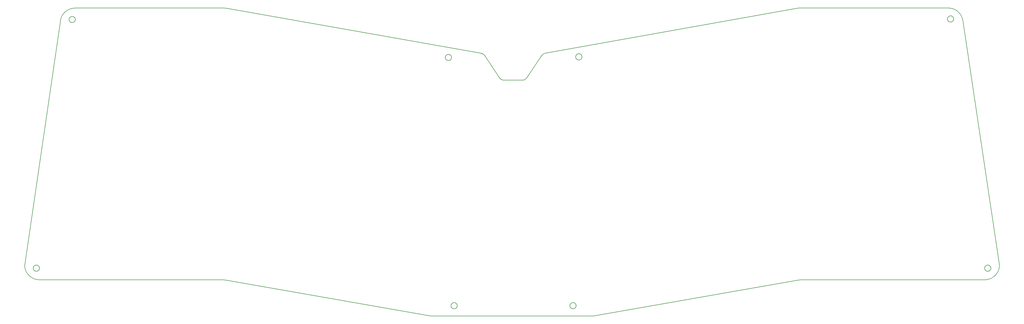
<source format=gm1>
G04 #@! TF.GenerationSoftware,KiCad,Pcbnew,(6.0.7)*
G04 #@! TF.CreationDate,2022-12-13T23:16:33-05:00*
G04 #@! TF.ProjectId,alish40,616c6973-6834-4302-9e6b-696361645f70,rev?*
G04 #@! TF.SameCoordinates,Original*
G04 #@! TF.FileFunction,Profile,NP*
%FSLAX46Y46*%
G04 Gerber Fmt 4.6, Leading zero omitted, Abs format (unit mm)*
G04 Created by KiCad (PCBNEW (6.0.7)) date 2022-12-13 23:16:33*
%MOMM*%
%LPD*%
G01*
G04 APERTURE LIST*
G04 #@! TA.AperFunction,Profile*
%ADD10C,0.200000*%
G04 #@! TD*
G04 APERTURE END LIST*
D10*
X56774369Y-156689420D02*
X56793588Y-156720389D01*
X240051223Y-168257569D02*
X240072544Y-168287130D01*
X199358301Y-169870710D02*
X199392240Y-169857422D01*
X56682589Y-156491350D02*
X56694988Y-156525623D01*
X199001640Y-169936440D02*
X199038076Y-169935491D01*
X215463263Y-92348541D02*
X215528719Y-92365504D01*
X56793588Y-156720389D02*
X56813870Y-156750672D01*
X241868601Y-85263182D02*
X241895145Y-85238205D01*
X242073252Y-85008508D02*
X242090833Y-84976581D01*
X380438256Y-156644341D02*
X380454718Y-156611823D01*
X367328997Y-70651839D02*
X367295058Y-70638551D01*
X70830987Y-71556894D02*
X70821605Y-71521675D01*
X70839141Y-72026655D02*
X70846058Y-71990870D01*
X68844397Y-71401413D02*
X68830815Y-71435236D01*
X242014015Y-85100363D02*
X242034820Y-85070436D01*
X214457366Y-91696994D02*
X214501371Y-91748332D01*
X239346706Y-167845363D02*
X239382757Y-167850721D01*
X239593206Y-169864213D02*
X239559042Y-169876910D01*
X208482330Y-83366659D02*
X208543447Y-83394439D01*
X70143228Y-72805869D02*
X70177607Y-72793767D01*
X56813870Y-156750672D02*
X56835191Y-156780233D01*
X241171522Y-83436180D02*
X241135076Y-83436496D01*
X365892070Y-71459425D02*
X365887026Y-71495522D01*
X378845042Y-156966645D02*
X378873650Y-156989228D01*
X241920805Y-83759960D02*
X241895145Y-83734077D01*
X238531609Y-168085396D02*
X238559821Y-168062320D01*
X57887606Y-160018635D02*
X57719837Y-159986741D01*
X57099305Y-155273875D02*
X57069199Y-155294419D01*
X68859144Y-72250990D02*
X68875040Y-72283789D01*
X241595580Y-83529655D02*
X241562122Y-83515198D01*
X240203825Y-168546452D02*
X240215028Y-168581135D01*
X197745302Y-85482785D02*
X197772696Y-85458744D01*
X198072757Y-169392959D02*
X198090890Y-169424576D01*
X199392240Y-167915536D02*
X199358301Y-167902248D01*
X241316759Y-83447547D02*
X241280620Y-83442816D01*
X214854240Y-92062171D02*
X214910363Y-92099885D01*
X70846058Y-71990870D02*
X70851728Y-71954866D01*
X57432219Y-157172629D02*
X57467812Y-157180475D01*
X379409750Y-155108682D02*
X379373534Y-155112785D01*
X240279991Y-85055207D02*
X240300273Y-85085490D01*
X196295621Y-85394610D02*
X196320828Y-85420935D01*
X70684244Y-71225241D02*
X70663440Y-71195314D01*
X221942362Y-92421257D02*
X222009969Y-92420114D01*
X53748879Y-155430682D02*
X53740200Y-155260129D01*
X380949200Y-159423350D02*
X380796562Y-159507960D01*
X68830815Y-71435236D02*
X68818415Y-71469509D01*
X56652624Y-156386239D02*
X56661394Y-156421615D01*
X58206260Y-157057597D02*
X58237394Y-157038647D01*
X238318243Y-168332814D02*
X238337996Y-168302184D01*
X383400583Y-155789220D02*
X383373272Y-155961589D01*
X381794830Y-158808959D02*
X381663118Y-158923454D01*
X58568171Y-156704988D02*
X58586849Y-156673690D01*
X121931479Y-68020558D02*
X208033347Y-83231528D01*
X57972622Y-157158557D02*
X58007401Y-157147655D01*
X366067148Y-71023433D02*
X366046866Y-71053716D01*
X242161581Y-84808875D02*
X242172180Y-84774002D01*
X365961848Y-72030905D02*
X365976595Y-72064235D01*
X240442839Y-85250809D02*
X240469812Y-85275322D01*
X56652624Y-155916407D02*
X56645087Y-155952067D01*
X58703315Y-156368441D02*
X58710231Y-156332656D01*
X56708570Y-156559446D02*
X56723317Y-156592777D01*
X378903025Y-155296998D02*
X378873650Y-155318574D01*
X241868601Y-83709099D02*
X241841207Y-83685057D01*
X371056477Y-72026589D02*
X371085036Y-72197720D01*
X200032422Y-168741150D02*
X200026752Y-168705146D01*
X199952737Y-169311332D02*
X199966903Y-169277750D01*
X366685497Y-72644088D02*
X366721090Y-72651934D01*
X379127033Y-155176167D02*
X379093330Y-155190042D01*
X240258983Y-168941129D02*
X240256455Y-168977488D01*
X70403679Y-72676843D02*
X70433424Y-72655779D01*
X365892070Y-71786138D02*
X365898365Y-71822038D01*
X238170512Y-168741150D02*
X238176183Y-168705146D01*
X215997657Y-92421257D02*
X221942362Y-92421257D01*
X70786210Y-72200807D02*
X70799203Y-72166754D01*
X238162936Y-168813639D02*
X238166095Y-168777328D01*
X241280620Y-85529465D02*
X241316759Y-85524734D01*
X199289142Y-167879245D02*
X199254005Y-167869558D01*
X197256807Y-85714313D02*
X197292531Y-85707086D01*
X57259504Y-155187463D02*
X57226303Y-155202499D01*
X65911195Y-71847021D02*
X65952179Y-71679047D01*
X240028889Y-169544192D02*
X240005568Y-169572203D01*
X240005568Y-169572203D02*
X239981290Y-169599387D01*
X378933131Y-157031349D02*
X378963932Y-157050836D01*
X196930206Y-85722818D02*
X196966421Y-85726921D01*
X239846589Y-169721806D02*
X239817215Y-169743383D01*
X366756934Y-70587023D02*
X366721090Y-70593629D01*
X365961848Y-71214658D02*
X365948266Y-71248481D01*
X241171522Y-85536101D02*
X241207958Y-85535152D01*
X197688095Y-83835459D02*
X197658350Y-83814396D01*
X56286255Y-159449352D02*
X56138861Y-159363104D01*
X238531609Y-169687562D02*
X238504215Y-169663521D01*
X242202304Y-84631470D02*
X242206722Y-84595291D01*
X238680154Y-169792753D02*
X238649020Y-169773804D01*
X68807213Y-71504193D02*
X68797220Y-71539244D01*
X56983409Y-156940504D02*
X57011216Y-156964066D01*
X200041895Y-168850037D02*
X200039998Y-168813639D01*
X367047495Y-70579457D02*
X367011213Y-70575983D01*
X223565333Y-91590002D02*
X223603914Y-91534471D01*
X55994498Y-159271874D02*
X55853334Y-159175767D01*
X209137645Y-83825889D02*
X209182980Y-83875404D01*
X242136786Y-84877411D02*
X242149778Y-84843358D01*
X200041895Y-168922921D02*
X200042528Y-168886479D01*
X214501371Y-91748332D02*
X214547087Y-91798154D01*
X58354805Y-156952406D02*
X58382199Y-156928364D01*
X379446086Y-155105838D02*
X379409750Y-155108682D01*
X214594460Y-91846402D02*
X214643437Y-91893021D01*
X366088469Y-72251691D02*
X366110803Y-72280495D01*
X242090833Y-84976581D02*
X242107295Y-84944063D01*
X56661394Y-155881030D02*
X56652624Y-155916407D01*
X240848359Y-85488075D02*
X240883323Y-85498371D01*
X242107295Y-84944063D02*
X242122619Y-84910993D01*
X380316777Y-155482082D02*
X380292975Y-155454480D01*
X367801695Y-72207077D02*
X367821448Y-72176446D01*
X379230746Y-155141671D02*
X379195783Y-155151967D01*
X379628043Y-155110576D02*
X379591761Y-155107102D01*
X379806447Y-157161135D02*
X379841226Y-157150234D01*
X238984380Y-167861095D02*
X239020104Y-167853868D01*
X241352712Y-85518751D02*
X241388436Y-85511525D01*
X378738949Y-156866809D02*
X378764157Y-156893135D01*
X199182830Y-169919090D02*
X199218554Y-169911863D01*
X209182980Y-83875404D02*
X209226627Y-83926412D01*
X70462420Y-70985377D02*
X70433424Y-70963294D01*
X58663376Y-156508540D02*
X58675179Y-156474057D01*
X56671386Y-155845979D02*
X56661394Y-155881030D01*
X368775422Y-68686316D02*
X368921251Y-68780314D01*
X199254005Y-167869558D02*
X199218554Y-167861095D01*
X199903370Y-168364112D02*
X199884691Y-168332814D01*
X365898365Y-71423525D02*
X365892070Y-71459425D01*
X57361957Y-155149388D02*
X57327372Y-155160892D01*
X197950268Y-168759220D02*
X197946480Y-168795470D01*
X378463785Y-156062892D02*
X378461257Y-156099252D01*
X378647696Y-155554552D02*
X378627414Y-155584835D01*
X240051223Y-169515389D02*
X240028889Y-169544192D01*
X240555602Y-83629237D02*
X240526227Y-83650814D01*
X367635476Y-70845740D02*
X367608082Y-70821698D01*
X381245155Y-159238412D02*
X381098791Y-159333464D01*
X379161198Y-155163470D02*
X379127033Y-155176167D01*
X239201294Y-167836519D02*
X239237740Y-167836835D01*
X58206260Y-155245049D02*
X58174487Y-155227191D01*
X197918110Y-84067480D02*
X197896280Y-84038293D01*
X199920951Y-168396039D02*
X199903370Y-168364112D01*
X238176183Y-168705146D02*
X238183099Y-168669360D01*
X240215028Y-169191823D02*
X240203825Y-169226506D01*
X70641609Y-72452945D02*
X70663440Y-72423758D01*
X378691351Y-155496188D02*
X378669017Y-155524991D01*
X199966903Y-169277750D02*
X199979896Y-169243697D01*
X222854094Y-92201354D02*
X222913747Y-92169517D01*
X58725375Y-156187765D02*
X58726008Y-156151323D01*
X196164867Y-84143605D02*
X196146735Y-84175222D01*
X240112568Y-84467917D02*
X240112568Y-84504364D01*
X68929415Y-72378602D02*
X68949697Y-72408885D01*
X366352583Y-72500229D02*
X366383384Y-72519716D01*
X242212410Y-84486141D02*
X242211778Y-84449699D01*
X198576025Y-169850338D02*
X198609728Y-169864213D01*
X378623773Y-160090234D02*
X378449280Y-160093289D01*
X208543447Y-83394439D02*
X208603596Y-83424254D01*
X241280620Y-83442816D02*
X241244338Y-83439342D01*
X66397388Y-70556708D02*
X66482694Y-70406316D01*
X240241327Y-169085735D02*
X240233790Y-169121395D01*
X70403679Y-70942230D02*
X70373221Y-70922212D01*
X69175651Y-70974209D02*
X69147043Y-70996793D01*
X366831550Y-67983391D02*
X367002938Y-68010366D01*
X238810694Y-169857422D02*
X238777237Y-169842964D01*
X69711751Y-70764317D02*
X69675535Y-70768420D01*
X53740200Y-155260129D02*
X53737350Y-155089379D01*
X69205026Y-72666440D02*
X69235132Y-72686984D01*
X197466217Y-83710759D02*
X197432278Y-83697471D01*
X65998945Y-71512590D02*
X66051439Y-71347850D01*
X242172180Y-84774002D02*
X242181563Y-84738783D01*
X196099068Y-85089825D02*
X196113815Y-85123156D01*
X380454718Y-156611823D02*
X380470042Y-156578754D01*
X57612260Y-155103260D02*
X57575924Y-155106103D01*
X57503656Y-157187081D02*
X57539708Y-157192439D01*
X68797220Y-71539244D02*
X68788451Y-71574620D01*
X380537140Y-155936782D02*
X380528986Y-155901259D01*
X70570229Y-71083356D02*
X70544569Y-71057472D01*
X379994317Y-159848514D02*
X379827424Y-159899543D01*
X229001936Y-83639457D02*
X229054737Y-83598273D01*
X70310313Y-70885405D02*
X70277940Y-70868661D01*
X378873650Y-156989228D02*
X378903025Y-157010805D01*
X196520604Y-85578636D02*
X196552062Y-85597042D01*
X368319618Y-68435444D02*
X368474425Y-68513778D01*
X239274153Y-167838416D02*
X239310490Y-167841260D01*
X196584141Y-85614346D02*
X196616800Y-85630525D01*
X241754255Y-83618834D02*
X241723797Y-83598816D01*
X58109177Y-157107808D02*
X58142113Y-157092198D01*
X56629959Y-156242332D02*
X56633748Y-156278582D01*
X199218554Y-167861095D02*
X199182830Y-167853868D01*
X196184086Y-85250768D02*
X196204368Y-85281051D01*
X241660889Y-83562009D02*
X241628515Y-83545265D01*
X198197366Y-168200755D02*
X198174046Y-168228766D01*
X196584141Y-83749058D02*
X196552062Y-83766361D01*
X366546485Y-72600516D02*
X366580650Y-72613212D01*
X208887513Y-83602610D02*
X208940482Y-83643855D01*
X198151712Y-168257569D02*
X198130391Y-168287130D01*
X367916653Y-71265564D02*
X367903660Y-71231511D01*
X58237394Y-155263998D02*
X58206260Y-155245049D01*
X378516414Y-155813874D02*
X378505212Y-155848557D01*
X196373907Y-85470883D02*
X196401714Y-85494446D01*
X378995390Y-155238561D02*
X378963932Y-155256967D01*
X197799240Y-85433766D02*
X197824900Y-85407882D01*
X383339962Y-156132901D02*
X383300695Y-156302945D01*
X222009969Y-92420114D02*
X222077500Y-92416686D01*
X57130106Y-157048257D02*
X57161565Y-157066663D01*
X56905124Y-155438415D02*
X56880845Y-155465599D01*
X379145125Y-160044597D02*
X378971907Y-160065873D01*
X380438256Y-155663461D02*
X380420675Y-155631534D01*
X238299565Y-169408846D02*
X238281984Y-169376919D01*
X66984204Y-69703412D02*
X67098662Y-69573819D01*
X69675535Y-72850652D02*
X69711751Y-72854756D01*
X378467574Y-156281161D02*
X378472619Y-156317257D01*
X69463199Y-72799967D02*
X69497784Y-72811471D01*
X121061273Y-67944367D02*
X121207027Y-67946469D01*
X196113815Y-85123156D02*
X196129710Y-85155955D01*
X196035585Y-84482446D02*
X196029290Y-84518346D01*
X54464597Y-157688178D02*
X54378408Y-157540749D01*
X196051891Y-84411409D02*
X196043121Y-84446786D01*
X238265521Y-168428557D02*
X238281984Y-168396039D01*
X196552062Y-85597042D02*
X196584141Y-85614346D01*
X229583094Y-83313058D02*
X229646497Y-83291513D01*
X380528986Y-156406544D02*
X380537140Y-156371020D01*
X56813870Y-155551974D02*
X56793588Y-155582257D01*
X68765786Y-71718527D02*
X68763258Y-71754887D01*
X240112044Y-168348382D02*
X240130177Y-168379999D01*
X199358301Y-167902248D02*
X199323921Y-167890147D01*
X380482898Y-159660951D02*
X380322253Y-159729145D01*
X240416733Y-85225374D02*
X240442839Y-85250809D01*
X198510163Y-169819123D02*
X198542823Y-169835302D01*
X69429034Y-72787271D02*
X69463199Y-72799967D01*
X239092197Y-167843154D02*
X239128478Y-167839680D01*
X197075617Y-83631741D02*
X197039171Y-83632058D01*
X365992490Y-71148529D02*
X365976595Y-71181328D01*
X57685120Y-155101362D02*
X57648674Y-155101679D01*
X240918622Y-83464834D02*
X240883323Y-83473910D01*
X366865538Y-70574718D02*
X366829201Y-70577562D01*
X57039825Y-155315996D02*
X57011216Y-155338579D01*
X239724849Y-169801820D02*
X239692771Y-169819123D01*
X70856146Y-71918687D02*
X70859305Y-71882377D01*
X238913792Y-167879245D02*
X238948929Y-167869558D01*
X56436509Y-159530515D02*
X56286255Y-159449352D01*
X380557304Y-156226741D02*
X380559201Y-156190343D01*
X240848359Y-83484206D02*
X240813775Y-83495710D01*
X199920951Y-169376919D02*
X199937413Y-169344401D01*
X208033347Y-83231528D02*
X208099252Y-83244315D01*
X382279392Y-158307191D02*
X382164895Y-158438901D01*
X238170512Y-169031809D02*
X238166095Y-168995630D01*
X56880845Y-156837046D02*
X56905124Y-156864231D01*
X379518946Y-157203862D02*
X379555381Y-157202913D01*
X238711927Y-167962348D02*
X238744301Y-167945604D01*
X200011681Y-169139122D02*
X200019835Y-169103598D01*
X57830356Y-155112729D02*
X57794217Y-155107998D01*
X69603639Y-72838689D02*
X69639483Y-72845295D01*
X240260772Y-83948043D02*
X240242640Y-83979661D01*
X198299930Y-169675661D02*
X198327737Y-169699223D01*
X198055733Y-168412226D02*
X198039838Y-168445025D01*
X58225921Y-160065150D02*
X58056367Y-160044781D01*
X197292531Y-85707086D02*
X197327983Y-85698623D01*
X196616800Y-85630525D02*
X196650002Y-85645561D01*
X366264494Y-70810038D02*
X366236687Y-70833600D01*
X197958668Y-84128037D02*
X197938915Y-84097406D01*
X57467812Y-157180475D02*
X57503656Y-157187081D01*
X215528719Y-92365504D02*
X215594710Y-92380245D01*
X240120151Y-84358881D02*
X240116362Y-84395131D01*
X240260248Y-168904703D02*
X240258983Y-168941129D01*
X197873449Y-84009882D02*
X197849646Y-83982281D01*
X214693963Y-91937958D02*
X214745978Y-91981161D01*
X367969179Y-71477452D02*
X367963509Y-71441448D01*
X380071220Y-157041226D02*
X380101678Y-157021207D01*
X378845042Y-155341157D02*
X378817235Y-155364720D01*
X380160419Y-155329742D02*
X380131423Y-155307658D01*
X58505782Y-156794731D02*
X58527613Y-156765545D01*
X197943951Y-168831830D02*
X197942686Y-168868255D01*
X58326593Y-155327163D02*
X58297597Y-155305080D01*
X68774620Y-71646180D02*
X68769575Y-71682277D01*
X229458629Y-83362454D02*
X229520448Y-83336714D01*
X315487272Y-160169058D02*
X251347326Y-171457448D01*
X367225899Y-72630015D02*
X367260678Y-72619114D01*
X380470042Y-155729049D02*
X380454718Y-155695979D01*
X199643113Y-169710639D02*
X199671325Y-169687562D01*
X199822303Y-169529888D02*
X199844133Y-169500701D01*
X70703998Y-71255871D02*
X70684244Y-71225241D01*
X56857525Y-155493610D02*
X56835191Y-155522413D01*
X70277940Y-72750412D02*
X70310313Y-72733668D01*
X215727998Y-92402995D02*
X215795142Y-92410978D01*
X196184086Y-84112636D02*
X196164867Y-84143605D01*
X315016491Y-68012020D02*
X315160737Y-67988623D01*
X69857382Y-70760525D02*
X69820947Y-70759576D01*
X229646497Y-83291513D02*
X229710586Y-83272102D01*
X240225020Y-169156772D02*
X240215028Y-169191823D01*
X378528814Y-155779601D02*
X378516414Y-155813874D01*
X378472619Y-156317257D02*
X378478913Y-156353157D01*
X383373272Y-155961589D02*
X383339962Y-156132901D01*
X365992490Y-72097034D02*
X366009515Y-72129262D01*
X56629959Y-156060313D02*
X56627431Y-156096673D01*
X222972290Y-92135681D02*
X223029655Y-92099885D01*
X238504215Y-169663521D02*
X238477672Y-169638543D01*
X57039825Y-156986650D02*
X57069199Y-157008226D01*
X58297597Y-155305080D02*
X58267852Y-155284016D01*
X378590063Y-155647421D02*
X378573039Y-155679649D01*
X367459537Y-72529056D02*
X367490672Y-72510106D01*
X69395331Y-72773396D02*
X69429034Y-72787271D01*
X383255517Y-156471516D02*
X383204484Y-156638408D01*
X53922331Y-156438770D02*
X53879125Y-156273552D01*
X238559821Y-168062320D02*
X238588817Y-168040236D01*
X367712426Y-70923360D02*
X367687680Y-70896601D01*
X240233790Y-169121395D02*
X240225020Y-169156772D01*
X55450669Y-158859334D02*
X55323910Y-158744896D01*
X379301638Y-157183054D02*
X379337482Y-157189659D01*
X197977347Y-84159335D02*
X197958668Y-84128037D01*
X240215028Y-168581135D02*
X240225020Y-168616186D01*
X246069534Y-172386479D02*
X191113290Y-172386479D01*
X367928456Y-71945516D02*
X367939055Y-71910643D01*
X238588817Y-169732722D02*
X238559821Y-169710639D01*
X196752454Y-83679768D02*
X196717870Y-83691271D01*
X199074456Y-167839680D02*
X199038076Y-167837467D01*
X367579870Y-70798622D02*
X367550875Y-70776539D01*
X240191426Y-169260780D02*
X240177844Y-169294602D01*
X240181391Y-84111840D02*
X240168991Y-84146114D01*
X69748087Y-72857600D02*
X69784501Y-72859181D01*
X379337482Y-155118143D02*
X379301638Y-155124749D01*
X69820947Y-70759576D02*
X69784501Y-70759892D01*
X197397898Y-83685369D02*
X197363119Y-83674468D01*
X57539708Y-155110207D02*
X57503656Y-155115564D01*
X240177844Y-169294602D02*
X240163096Y-169327933D01*
X380292975Y-155454480D02*
X380268228Y-155427721D01*
X196043121Y-84446786D02*
X196035585Y-84482446D01*
X208992037Y-83686855D02*
X209042120Y-83731562D01*
X379409750Y-157199120D02*
X379446086Y-157201964D01*
X222731730Y-92258891D02*
X222793398Y-92231157D01*
X70570229Y-72535717D02*
X70594976Y-72508958D01*
X56633748Y-156024063D02*
X56629959Y-156060313D01*
X367155311Y-70597398D02*
X367119587Y-70590171D01*
X57539708Y-157192439D02*
X57575924Y-157196542D01*
X241459024Y-85493375D02*
X241493803Y-85482473D01*
X238452012Y-168160299D02*
X238477672Y-168134415D01*
X240242640Y-83979661D02*
X240225615Y-84011888D01*
X199553915Y-167999154D02*
X199522780Y-167980205D01*
X69532747Y-70797306D02*
X69497784Y-70807602D01*
X197688095Y-85527945D02*
X197717090Y-85505861D01*
X222913747Y-92169517D02*
X222972290Y-92135681D01*
X65876044Y-72016311D02*
X65911195Y-71847021D01*
X380242568Y-156905965D02*
X380268228Y-156880081D01*
X68460865Y-68522861D02*
X68615258Y-68445031D01*
X239489494Y-169898709D02*
X239454195Y-169907786D01*
X223438647Y-91748332D02*
X223482653Y-91696994D01*
X240883323Y-85498371D02*
X240918622Y-85507447D01*
X239875198Y-169699223D02*
X239846589Y-169721806D01*
X197849646Y-85381123D02*
X197873449Y-85353521D01*
X196295621Y-83968794D02*
X196271343Y-83995978D01*
X367173286Y-68043272D02*
X367342390Y-68082068D01*
X238337996Y-168302184D02*
X238358801Y-168272257D01*
X365948266Y-71248481D02*
X365935866Y-71282754D01*
X378995390Y-157069242D02*
X379027469Y-157086545D01*
X238162936Y-168959319D02*
X238161039Y-168922921D01*
X383085109Y-156966342D02*
X383016912Y-157126986D01*
X367687680Y-72348962D02*
X367712426Y-72322203D01*
X241135076Y-83436496D02*
X241098663Y-83438077D01*
X228760178Y-83870554D02*
X228805379Y-83821148D01*
X67872919Y-68886074D02*
X68015106Y-68787698D01*
X238191254Y-168633837D02*
X238200636Y-168598617D01*
X380101678Y-157021207D02*
X380131423Y-157000144D01*
X240367248Y-85171864D02*
X240391526Y-85199049D01*
X214643437Y-91893021D02*
X214693963Y-91937958D01*
X57612260Y-157199386D02*
X57648674Y-157200967D01*
X196029290Y-84845058D02*
X196035585Y-84880958D01*
X69040951Y-71096628D02*
X69016672Y-71123813D01*
X56835191Y-156780233D02*
X56857525Y-156809036D01*
X69857382Y-72858548D02*
X69893762Y-72856335D01*
X53783679Y-155770402D02*
X53763378Y-155600840D01*
X380040086Y-157060175D02*
X380071220Y-157041226D01*
X70342087Y-72715810D02*
X70373221Y-72696861D01*
X365935866Y-71282754D02*
X365924663Y-71317438D01*
X199979896Y-168529261D02*
X199966903Y-168495208D01*
X240526227Y-83650814D02*
X240497619Y-83673397D01*
X239092197Y-169929804D02*
X239056058Y-169925073D01*
X367948438Y-71875424D02*
X367956592Y-71839900D01*
X200032422Y-169031809D02*
X200036839Y-168995630D01*
X367969179Y-71768111D02*
X367973596Y-71731932D01*
X56956436Y-156915991D02*
X56983409Y-156940504D01*
X214910363Y-92099885D02*
X214967729Y-92135681D01*
X242181563Y-84233498D02*
X242172180Y-84198279D01*
X70245004Y-70853051D02*
X70211547Y-70838593D01*
X381098791Y-159333464D02*
X380949200Y-159423350D01*
X58075720Y-157122266D02*
X58109177Y-157107808D01*
X197220854Y-83643108D02*
X197184715Y-83638377D01*
X240209720Y-84927594D02*
X240225615Y-84960393D01*
X196271343Y-83995978D02*
X196248023Y-84023989D01*
X240260248Y-168868255D02*
X240260248Y-168904703D01*
X380497201Y-155796684D02*
X380484209Y-155762630D01*
X367903660Y-71231511D02*
X367889494Y-71197929D01*
X200042528Y-168886479D02*
X200041895Y-168850037D01*
X378714671Y-155468178D02*
X378691351Y-155496188D01*
X380268228Y-155427721D02*
X380242568Y-155401837D01*
X58434402Y-155425143D02*
X58408742Y-155399259D01*
X229906245Y-83226883D02*
X315016491Y-68012020D01*
X196650002Y-83717843D02*
X196616800Y-83732879D01*
X241723797Y-85373465D02*
X241754255Y-85353447D01*
X238380632Y-169529888D02*
X238358801Y-169500701D01*
X366792986Y-72663897D02*
X366829201Y-72668001D01*
X70462420Y-72633696D02*
X70490632Y-72610620D01*
X199903370Y-169408846D02*
X199920951Y-169376919D01*
X239164859Y-169935491D02*
X239128478Y-169933278D01*
X68763258Y-71754887D02*
X68761993Y-71791313D01*
X238223038Y-168529261D02*
X238236031Y-168495208D01*
X196024246Y-84808961D02*
X196029290Y-84845058D01*
X196225689Y-84052792D02*
X196204368Y-84082353D01*
X366027647Y-72160879D02*
X366046866Y-72191847D01*
X58715902Y-156005993D02*
X58710231Y-155969989D01*
X238191254Y-169139122D02*
X238183099Y-169103598D01*
X370454419Y-70408605D02*
X370539478Y-70559820D01*
X380242568Y-155401837D02*
X380216025Y-155376859D01*
X54025537Y-156764299D02*
X53971154Y-156602416D01*
X240585708Y-83608693D02*
X240555602Y-83629237D01*
X196035585Y-84880958D02*
X196043121Y-84916618D01*
X378505212Y-156459245D02*
X378516414Y-156493928D01*
X57503656Y-155115564D02*
X57467812Y-155122170D01*
X378495219Y-156424194D02*
X378505212Y-156459245D01*
X58326593Y-156975482D02*
X58354805Y-156952406D01*
X222669160Y-92284524D02*
X222731730Y-92258891D01*
X240233790Y-168651563D02*
X240241327Y-168687223D01*
X370762493Y-71029883D02*
X370825812Y-71191414D01*
X379127033Y-157131635D02*
X379161198Y-157144332D01*
X198072757Y-168379999D02*
X198055733Y-168412226D01*
X240367248Y-83800417D02*
X240343928Y-83828428D01*
X368474425Y-68513778D02*
X368626421Y-68597435D01*
X241969354Y-83814321D02*
X241945551Y-83786719D01*
X56983409Y-155362141D02*
X56956436Y-155386655D01*
X366580650Y-70632351D02*
X366546485Y-70645047D01*
X66769066Y-69974077D02*
X66874295Y-69836884D01*
X56589447Y-159606500D02*
X56436509Y-159530515D01*
X239524457Y-167884545D02*
X239559042Y-167896048D01*
X57685120Y-157201283D02*
X57721555Y-157200334D01*
X198446626Y-167989545D02*
X198415826Y-168009032D01*
X380216025Y-156930943D02*
X380242568Y-156905965D01*
X56739213Y-155677070D02*
X56723317Y-155709869D01*
X242054573Y-83932476D02*
X242034820Y-83901845D01*
X69092263Y-72574204D02*
X69119236Y-72598718D01*
X215146620Y-92231157D02*
X215208288Y-92258891D01*
X366088469Y-70993872D02*
X366067148Y-71023433D01*
X57972622Y-155144089D02*
X57937485Y-155134401D01*
X368921251Y-68780314D02*
X369063730Y-68879315D01*
X239418601Y-167857327D02*
X239454195Y-167865172D01*
X240680046Y-85418784D02*
X240712705Y-85434964D01*
X69329470Y-70876893D02*
X69297392Y-70894196D01*
X199074456Y-169933278D02*
X199110738Y-169929804D01*
X367736229Y-70950962D02*
X367712426Y-70923360D01*
X196966421Y-85726921D02*
X197002758Y-85729765D01*
X69256928Y-68188391D02*
X69422410Y-68138285D01*
X238680154Y-167980205D02*
X238711927Y-167962348D01*
X381527490Y-159033283D02*
X381388113Y-159138311D01*
X199323921Y-169882812D02*
X199358301Y-169870710D01*
X242090833Y-83995700D02*
X242073252Y-83963773D01*
X378505212Y-155848557D02*
X378495219Y-155883608D01*
X197977347Y-85204069D02*
X197994928Y-85172142D01*
X378963932Y-155256967D02*
X378933131Y-155276454D01*
X197292531Y-83656318D02*
X197256807Y-83649091D01*
X240168991Y-84826168D02*
X240181391Y-84860441D01*
X121498043Y-67963415D02*
X121643057Y-67978245D01*
X238984380Y-169911863D02*
X238948929Y-169903401D01*
X240139026Y-84251225D02*
X240131490Y-84286885D01*
X198130391Y-168287130D02*
X198110109Y-168317413D01*
X378449280Y-160093289D02*
X316353934Y-160093375D01*
X198093812Y-84464583D02*
X198085658Y-84429059D01*
X199979896Y-169243697D02*
X199991699Y-169209213D01*
X214967729Y-92135681D02*
X215026272Y-92169517D01*
X70851728Y-71954866D02*
X70856146Y-71918687D01*
X197596757Y-85587976D02*
X197627892Y-85569027D01*
X57467812Y-155122170D02*
X57432219Y-155130016D01*
X241493803Y-83489808D02*
X241459024Y-83478907D01*
X367510047Y-68126708D02*
X367676053Y-68177138D01*
X367225899Y-70615548D02*
X367190763Y-70605860D01*
X371021998Y-71856552D02*
X371056477Y-72026589D01*
X57794217Y-155107998D02*
X57757935Y-155104524D01*
X367978653Y-71586339D02*
X367976756Y-71549941D01*
X241244338Y-85532939D02*
X241280620Y-85529465D01*
X69329470Y-72742180D02*
X69362130Y-72758360D01*
X367119587Y-72655392D02*
X367155311Y-72648166D01*
X238318243Y-169440144D02*
X238299565Y-169408846D01*
X370825812Y-71191414D02*
X370883487Y-71355044D01*
X198246851Y-169625713D02*
X198272957Y-169651147D01*
X70799203Y-72166754D02*
X70811006Y-72132270D01*
X197969144Y-169121395D02*
X197977914Y-169156772D01*
X380131423Y-157000144D02*
X380160419Y-156978061D01*
X196017928Y-84736351D02*
X196020457Y-84772711D01*
X242149778Y-84128923D02*
X242136786Y-84094870D01*
X199991699Y-169209213D02*
X200002298Y-169174341D01*
X70245004Y-72766022D02*
X70277940Y-72750412D01*
X54085417Y-156924231D02*
X54025537Y-156764299D01*
X369720034Y-69444989D02*
X369838970Y-69571304D01*
X238211235Y-168563745D02*
X238223038Y-168529261D01*
X238452012Y-169612659D02*
X238427265Y-169585900D01*
X199254005Y-169903401D02*
X199289142Y-169893713D01*
X365976595Y-71181328D02*
X365961848Y-71214658D01*
X70851728Y-71664207D02*
X70846058Y-71628203D01*
X379195783Y-155151967D02*
X379161198Y-155163470D01*
X215334260Y-92308028D02*
X215398419Y-92329375D01*
X198093812Y-84898821D02*
X198100729Y-84863035D01*
X198151712Y-169515389D02*
X198174046Y-169544192D01*
X366650197Y-72635012D02*
X366685497Y-72644088D01*
X57293208Y-157129057D02*
X57327372Y-157141754D01*
X381922466Y-158689938D02*
X381794830Y-158808959D01*
X53763378Y-155600840D02*
X53748879Y-155430682D01*
X198892444Y-169931698D02*
X198928781Y-169934542D01*
X66573148Y-70258963D02*
X66668644Y-70114826D01*
X241895145Y-83734077D02*
X241868601Y-83709099D01*
X58710231Y-156332656D02*
X58715902Y-156296652D01*
X238504215Y-168109437D02*
X238531609Y-168085396D01*
X198100729Y-84500368D02*
X198093812Y-84464583D01*
X54297304Y-157390463D02*
X54221380Y-157237496D01*
X200019835Y-169103598D02*
X200026752Y-169067813D01*
X381388113Y-159138311D02*
X381245155Y-159238412D01*
X55323910Y-158744896D02*
X55201134Y-158626196D01*
X196683705Y-85659436D02*
X196717870Y-85672133D01*
X196020457Y-84772711D02*
X196024246Y-84808961D01*
X58482952Y-156823142D02*
X58505782Y-156794731D01*
X54555770Y-157832577D02*
X54464597Y-157688178D01*
X379060128Y-157102724D02*
X379093330Y-157117761D01*
X240680046Y-83553497D02*
X240647967Y-83570800D01*
X196894154Y-85717460D02*
X196930206Y-85722818D01*
X366158401Y-72335690D02*
X366183608Y-72362015D01*
X240416733Y-83746907D02*
X240391526Y-83773233D01*
X378817235Y-155364720D02*
X378790262Y-155389233D01*
X251347326Y-171457448D02*
X246069534Y-172386479D01*
X58675179Y-156474057D02*
X58685778Y-156439184D01*
X68993352Y-71151823D02*
X68971018Y-71180626D01*
X209308664Y-84032678D02*
X209346962Y-84087816D01*
X66874295Y-69836884D02*
X66984204Y-69703412D01*
X54378408Y-157540749D02*
X54297304Y-157390463D01*
X196061883Y-84376358D02*
X196051891Y-84411409D01*
X68769575Y-71936796D02*
X68774620Y-71972893D01*
X69362130Y-70860713D02*
X69329470Y-70876893D01*
X69235132Y-70932089D02*
X69205026Y-70952633D01*
X367759060Y-72266190D02*
X367780890Y-72237004D01*
X69497784Y-70807602D02*
X69463199Y-70819106D01*
X240191426Y-168512179D02*
X240203825Y-168546452D01*
X69497784Y-72811471D02*
X69532747Y-72821767D01*
X239626910Y-169850338D02*
X239593206Y-169864213D01*
X57361957Y-157153257D02*
X57396920Y-157163553D01*
X58459149Y-156850744D02*
X58482952Y-156823142D01*
X69297392Y-70894196D02*
X69265933Y-70912602D01*
X197432278Y-85665933D02*
X197466217Y-85652645D01*
X366446921Y-72555425D02*
X366479580Y-72571605D01*
X240131490Y-84685397D02*
X240139026Y-84721057D01*
X379658853Y-159944718D02*
X379488807Y-159983983D01*
X223085778Y-92062171D02*
X223140594Y-92022581D01*
X240225020Y-168616186D02*
X240233790Y-168651563D01*
X379230746Y-157166131D02*
X379266045Y-157175208D01*
X241628515Y-83545265D02*
X241595580Y-83529655D01*
X196271343Y-85367426D02*
X196295621Y-85394610D01*
X239237740Y-167836835D02*
X239274153Y-167838416D01*
X198385720Y-168029576D02*
X198356345Y-168051152D01*
X197532610Y-85622577D02*
X197564984Y-85605833D01*
X120828739Y-160091380D02*
X58737372Y-160091380D01*
X240177844Y-168478356D02*
X240191426Y-168512179D01*
X366486484Y-67947354D02*
X366659330Y-67962379D01*
X367759060Y-70979373D02*
X367736229Y-70950962D01*
X57575924Y-155106103D02*
X57539708Y-155110207D01*
X215208288Y-92258891D02*
X215270859Y-92284524D01*
X367903660Y-72014052D02*
X367916653Y-71979999D01*
X365880708Y-71568132D02*
X365879443Y-71604558D01*
X380292975Y-156853322D02*
X380316777Y-156825721D01*
X200011681Y-168633837D02*
X200002298Y-168598617D01*
X197955313Y-169049835D02*
X197961608Y-169085735D01*
X56682589Y-155811296D02*
X56671386Y-155845979D01*
X378461257Y-156208551D02*
X378463785Y-156244910D01*
X197184715Y-83638377D02*
X197148433Y-83634903D01*
X198748740Y-169907786D02*
X198784333Y-169915632D01*
X242209881Y-84558981D02*
X242211778Y-84522583D01*
X367362455Y-70666296D02*
X367328997Y-70651839D01*
X70618778Y-72481356D02*
X70641609Y-72452945D01*
X380519604Y-156441763D02*
X380528986Y-156406544D01*
X368162186Y-68362529D02*
X368319618Y-68435444D01*
X198415826Y-169763927D02*
X198446626Y-169783414D01*
X240120151Y-84613400D02*
X240125195Y-84649497D01*
X240072544Y-168287130D02*
X240092826Y-168317413D01*
X70861202Y-71773094D02*
X70859305Y-71736696D01*
X380268228Y-156880081D02*
X380292975Y-156853322D01*
X58382199Y-155374281D02*
X58354805Y-155350239D01*
X68772251Y-68372586D02*
X68931654Y-68305612D01*
X367342390Y-68082068D02*
X367510047Y-68126708D01*
X198026714Y-84256849D02*
X198011390Y-84223780D01*
X70856146Y-71700386D02*
X70851728Y-71664207D01*
X378608195Y-156691998D02*
X378627414Y-156722967D01*
X367676053Y-68177138D02*
X367840210Y-68233298D01*
X238299565Y-168364112D02*
X238318243Y-168332814D01*
X382689413Y-157742872D02*
X382594359Y-157889234D01*
X57902033Y-155125939D02*
X57866310Y-155118712D01*
X366322477Y-70765878D02*
X366293102Y-70787455D01*
X198100729Y-84863035D02*
X198106399Y-84827031D01*
X70839141Y-71592418D02*
X70830987Y-71556894D01*
X68859144Y-71368083D02*
X68844397Y-71401413D01*
X65846768Y-72186716D02*
X65876044Y-72016311D01*
X378590063Y-156660381D02*
X378608195Y-156691998D01*
X56756237Y-156657803D02*
X56774369Y-156689420D01*
X240779610Y-85463875D02*
X240813775Y-85476571D01*
X198065676Y-84358968D02*
X198053873Y-84324484D01*
X222476755Y-92348541D02*
X222541599Y-92329375D01*
X58505782Y-155507914D02*
X58482952Y-155479503D01*
X199425698Y-169842964D02*
X199458633Y-169827354D01*
X197112053Y-83632690D02*
X197075617Y-83631741D01*
X239164859Y-167837467D02*
X239201294Y-167836519D01*
X379555381Y-155104890D02*
X379518946Y-155103941D01*
X380339608Y-156797310D02*
X380361439Y-156768123D01*
X378478913Y-155954645D02*
X378472619Y-155990545D01*
X382779302Y-157593282D02*
X382689413Y-157742872D01*
X196248023Y-85339415D02*
X196271343Y-85367426D01*
X58703315Y-155934204D02*
X58695160Y-155898680D01*
X197824900Y-83955522D02*
X197799240Y-83929638D01*
X240321594Y-85115051D02*
X240343928Y-85143854D01*
X68875040Y-71335284D02*
X68859144Y-71368083D01*
X198110109Y-169455545D02*
X198130391Y-169485828D01*
X55715535Y-159074895D02*
X55581261Y-158969377D01*
X197946480Y-168795470D02*
X197943951Y-168831830D01*
X196024246Y-84554443D02*
X196020457Y-84590693D01*
X367155311Y-72648166D02*
X367190763Y-72639703D01*
X197112053Y-85730714D02*
X197148433Y-85728501D01*
X70663440Y-72423758D02*
X70684244Y-72393832D01*
X238380632Y-168243071D02*
X238403462Y-168214660D01*
X58675179Y-155828589D02*
X58663376Y-155794105D01*
X242161581Y-84163407D02*
X242149778Y-84128923D01*
X366615234Y-70620847D02*
X366580650Y-70632351D01*
X215930049Y-92420114D02*
X215997657Y-92421257D01*
X366139750Y-67935335D02*
X366313221Y-67938336D01*
X58382199Y-156928364D02*
X58408742Y-156903387D01*
X238844633Y-167902248D02*
X238879013Y-167890147D01*
X379591761Y-157200700D02*
X379628043Y-157197226D01*
X239787109Y-169763927D02*
X239756308Y-169783414D01*
X68774620Y-71972893D02*
X68780914Y-72008792D01*
X70310313Y-72733668D02*
X70342087Y-72715810D01*
X58604430Y-155660882D02*
X58586849Y-155628955D01*
X196520604Y-83784767D02*
X196489803Y-83804254D01*
X197627892Y-85569027D02*
X197658350Y-85549008D01*
X57757935Y-155104524D02*
X57721555Y-155102311D01*
X367840127Y-72145149D02*
X367857708Y-72113222D01*
X238777237Y-169842964D02*
X238744301Y-169827354D01*
X380188631Y-155352818D02*
X380160419Y-155329742D01*
X379735859Y-157179285D02*
X379771311Y-157170823D01*
X198892444Y-167841260D02*
X198856228Y-167845363D01*
X57388054Y-159905865D02*
X57224428Y-159856977D01*
X229840533Y-83239769D02*
X229906245Y-83226883D01*
X240147201Y-168412226D02*
X240163096Y-168445025D01*
X367427764Y-70698650D02*
X367395390Y-70681906D01*
X198197366Y-169572203D02*
X198221644Y-169599387D01*
X367780890Y-71008560D02*
X367759060Y-70979373D01*
X238358801Y-168272257D02*
X238380632Y-168243071D01*
X196717870Y-83691271D02*
X196683705Y-83703968D01*
X56739213Y-156625575D02*
X56756237Y-156657803D01*
X366009515Y-71116301D02*
X365992490Y-71148529D01*
X197961608Y-168687223D02*
X197955313Y-168723123D01*
X222077500Y-92416686D02*
X222144876Y-92410978D01*
X198011509Y-169260780D02*
X198025090Y-169294602D01*
X378459992Y-156135677D02*
X378459992Y-156172125D01*
X55201134Y-158626196D02*
X55082483Y-158503373D01*
X58482952Y-155479503D02*
X58459149Y-155451901D01*
X378798053Y-160081092D02*
X378623773Y-160090234D01*
X380509004Y-155831167D02*
X380497201Y-155796684D01*
X196346934Y-83917034D02*
X196320828Y-83942468D01*
X365887026Y-71750041D02*
X365892070Y-71786138D01*
X196858310Y-83652549D02*
X196822717Y-83660395D01*
X238879013Y-169882812D02*
X238844633Y-169870710D01*
X121643057Y-67978245D02*
X121787576Y-67997298D01*
X69016672Y-71123813D02*
X68993352Y-71151823D01*
X367011213Y-70575983D02*
X366974833Y-70573770D01*
X68807213Y-72114880D02*
X68818415Y-72149563D01*
X56627431Y-156096673D02*
X56626166Y-156133099D01*
X229520448Y-83336714D02*
X229583094Y-83313058D01*
X367821448Y-71069117D02*
X367801695Y-71038486D01*
X242034820Y-85070436D02*
X242054573Y-85039806D01*
X240343928Y-83828428D02*
X240321594Y-83857231D01*
X56694988Y-155777022D02*
X56682589Y-155811296D01*
X199614117Y-168040236D02*
X199584373Y-168019173D01*
X198011390Y-85139624D02*
X198026714Y-85106554D01*
X380554145Y-156263052D02*
X380557304Y-156226741D01*
X57866310Y-155118712D02*
X57830356Y-155112729D01*
X56956436Y-155386655D02*
X56930331Y-155412089D01*
X367963509Y-71804115D02*
X367969179Y-71768111D01*
X239346706Y-169927595D02*
X239310490Y-169931698D01*
X366615234Y-72624716D02*
X366650197Y-72635012D01*
X215085925Y-92201354D02*
X215146620Y-92231157D01*
X379943003Y-155197416D02*
X379909545Y-155182958D01*
X242211778Y-84449699D02*
X242209881Y-84413300D01*
X240125195Y-84322784D02*
X240120151Y-84358881D01*
X370063342Y-69835930D02*
X370168507Y-69973921D01*
X366685497Y-70601475D02*
X366650197Y-70610551D01*
X241660889Y-85410272D02*
X241692662Y-85392415D01*
X69784501Y-72859181D02*
X69820947Y-72859497D01*
X57011216Y-156964066D02*
X57039825Y-156986650D01*
X197799240Y-83929638D02*
X197772696Y-83904660D01*
X199844133Y-169500701D02*
X199864938Y-169470775D01*
X57866310Y-157183934D02*
X57902033Y-157176707D01*
X70722676Y-71287169D02*
X70703998Y-71255871D01*
X121207027Y-67946469D02*
X121352659Y-67952820D01*
X242172180Y-84198279D02*
X242161581Y-84163407D01*
X69927856Y-68022682D02*
X70098666Y-67995873D01*
X223140594Y-92022581D02*
X223194040Y-91981161D01*
X196146735Y-85188182D02*
X196164867Y-85219799D01*
X58710231Y-155969989D02*
X58703315Y-155934204D01*
X198090890Y-168348382D02*
X198072757Y-168379999D01*
X57432219Y-155130016D02*
X57396920Y-155139092D01*
X200039998Y-168813639D02*
X200036839Y-168777328D01*
X241135076Y-85535785D02*
X241171522Y-85536101D01*
X209226627Y-83926412D02*
X209268537Y-83978857D01*
X241562122Y-85457084D02*
X241595580Y-85442626D01*
X196085486Y-85056002D02*
X196099068Y-85089825D01*
X241207958Y-85535152D02*
X241244338Y-85532939D01*
X378790262Y-156918569D02*
X378817235Y-156943083D01*
X198110816Y-84572551D02*
X198106399Y-84536372D01*
X366158401Y-70909873D02*
X366134123Y-70937058D01*
X208164690Y-83259307D02*
X208229589Y-83276486D01*
X198965194Y-167836835D02*
X198928781Y-167838416D01*
X378461257Y-156099252D02*
X378459992Y-156135677D01*
X69119236Y-72598718D02*
X69147043Y-72622280D01*
X57161565Y-155235982D02*
X57130106Y-155254388D01*
X239846589Y-168051152D02*
X239875198Y-168073735D01*
X69147043Y-72622280D02*
X69175651Y-72644863D01*
X242206722Y-84595291D02*
X242209881Y-84558981D01*
X197363119Y-85688936D02*
X197397898Y-85678034D01*
X366414842Y-70707441D02*
X366383384Y-70725847D01*
X58726008Y-156151323D02*
X58725375Y-156114881D01*
X315596713Y-67943849D02*
X315742704Y-67937438D01*
X367362455Y-72579267D02*
X367395390Y-72563657D01*
X199001640Y-167836519D02*
X198965194Y-167836835D01*
X240112568Y-84504364D02*
X240113833Y-84540790D01*
X199182830Y-167853868D02*
X199146877Y-167847886D01*
X379027469Y-157086545D02*
X379060128Y-157102724D01*
X69966183Y-72848130D02*
X70002136Y-72842147D01*
X366046866Y-72191847D02*
X366067148Y-72222131D01*
X380322253Y-159729145D02*
X380159327Y-159791691D01*
X69040951Y-72522444D02*
X69066158Y-72548770D01*
X199966903Y-168495208D02*
X199952737Y-168461627D01*
X57293208Y-155173589D02*
X57259504Y-155187463D01*
X378903025Y-157010805D02*
X378933131Y-157031349D01*
X228805379Y-83821148D02*
X228852209Y-83773282D01*
X197397898Y-85678034D02*
X197432278Y-85665933D01*
X378486450Y-156388817D02*
X378495219Y-156424194D01*
X366383384Y-70725847D02*
X366352583Y-70745334D01*
X198085658Y-84429059D02*
X198076275Y-84393840D01*
X200002298Y-168598617D02*
X199991699Y-168563745D01*
X378817235Y-156943083D02*
X378845042Y-156966645D01*
X240130177Y-168379999D02*
X240147201Y-168412226D01*
X240883323Y-83473910D02*
X240848359Y-83484206D01*
X70615224Y-67951070D02*
X70788100Y-67948069D01*
X197039171Y-83632058D02*
X197002758Y-83633639D01*
X196017928Y-84627052D02*
X196016663Y-84663478D01*
X238211235Y-169209213D02*
X238200636Y-169174341D01*
X240092826Y-169455545D02*
X240072544Y-169485828D01*
X198356345Y-169721806D02*
X198385720Y-169743383D01*
X367956592Y-71839900D02*
X367963509Y-71804115D01*
X196061883Y-84987046D02*
X196073086Y-85021729D01*
X196683705Y-83703968D02*
X196650002Y-83717843D01*
X69429034Y-70831802D02*
X69395331Y-70845677D01*
X57757935Y-157198122D02*
X57794217Y-157194647D01*
X68993352Y-72467249D02*
X69016672Y-72495260D01*
X70442556Y-67960045D02*
X70615224Y-67951070D01*
X199991699Y-168563745D02*
X199979896Y-168529261D01*
X239056058Y-167847886D02*
X239092197Y-167843154D01*
X208420316Y-83340946D02*
X208482330Y-83366659D01*
X242189717Y-84703259D02*
X242196634Y-84667474D01*
X240116362Y-84577150D02*
X240120151Y-84613400D01*
X208833190Y-83563165D02*
X208887513Y-83602610D01*
X369596787Y-69322876D02*
X369720034Y-69444989D01*
X57648674Y-155101679D02*
X57612260Y-155103260D01*
X196346934Y-85446370D02*
X196373907Y-85470883D01*
X239237740Y-169936123D02*
X239201294Y-169936440D01*
X70490632Y-72610620D02*
X70518026Y-72586578D01*
X57396920Y-155139092D02*
X57361957Y-155149388D01*
X366829201Y-72668001D02*
X366865538Y-72670845D01*
X240442839Y-83721472D02*
X240416733Y-83746907D01*
X366352583Y-70745334D02*
X366322477Y-70765878D01*
X222278857Y-92392747D02*
X222345309Y-92380245D01*
X368626421Y-68597435D02*
X368775422Y-68686316D01*
X238559821Y-169710639D02*
X238531609Y-169687562D01*
X367736229Y-72294601D02*
X367759060Y-72266190D01*
X241423888Y-85503062D02*
X241459024Y-85493375D01*
X68818415Y-71469509D02*
X68807213Y-71504193D01*
X379700135Y-155121290D02*
X379664182Y-155115308D01*
X196051891Y-84951995D02*
X196061883Y-84987046D01*
X70211547Y-70838593D02*
X70177607Y-70825306D01*
X239981290Y-169599387D02*
X239956083Y-169625713D01*
X366901951Y-72672426D02*
X366938397Y-72672742D01*
X379317495Y-160017289D02*
X379145125Y-160044597D01*
X367083634Y-70584188D02*
X367047495Y-70579457D01*
X383204484Y-156638408D02*
X383147658Y-156803417D01*
X197220854Y-85720295D02*
X197256807Y-85714313D01*
X70821605Y-72097398D02*
X70830987Y-72062179D01*
X197824900Y-85407882D02*
X197849646Y-85381123D01*
X69395331Y-70845677D02*
X69362130Y-70860713D01*
X57553255Y-159949136D02*
X57388054Y-159905865D01*
X58725375Y-156114881D02*
X58723478Y-156078482D01*
X229337748Y-83420067D02*
X229397706Y-83390248D01*
X369337958Y-69091842D02*
X369469377Y-69205114D01*
X68910196Y-72347634D02*
X68929415Y-72378602D01*
X366479580Y-70673958D02*
X366446921Y-70690138D01*
X70859305Y-71882377D02*
X70861202Y-71845978D01*
X240469812Y-85275322D02*
X240497619Y-85298884D01*
X367973596Y-71513631D02*
X367969179Y-71477452D01*
X378557143Y-156595355D02*
X378573039Y-156628154D01*
X58685778Y-156439184D02*
X58695160Y-156403965D01*
X209042120Y-83731562D02*
X209090674Y-83777924D01*
X367119587Y-70590171D02*
X367083634Y-70584188D01*
X196459697Y-83824798D02*
X196430322Y-83846375D01*
X240092826Y-168317413D02*
X240112044Y-168348382D01*
X199864938Y-169470775D02*
X199884691Y-169440144D01*
X380361439Y-155539679D02*
X380339608Y-155510493D01*
X380008312Y-155229770D02*
X379975938Y-155213026D01*
X198510163Y-167953835D02*
X198478085Y-167971139D01*
X241316759Y-85524734D02*
X241352712Y-85518751D01*
X228634845Y-84027458D02*
X228674863Y-83973767D01*
X58720319Y-156260473D02*
X58723478Y-156224163D01*
X378669017Y-156782811D02*
X378691351Y-156811614D01*
X379482499Y-157203545D02*
X379518946Y-157203862D01*
X69603639Y-70780384D02*
X69568046Y-70788230D01*
X196016663Y-84663478D02*
X196016663Y-84699926D01*
X58650383Y-155760052D02*
X58636216Y-155726470D01*
X367260678Y-72619114D02*
X367295058Y-72607012D01*
X70073312Y-72826458D02*
X70108449Y-72816770D01*
X68892064Y-72316016D02*
X68910196Y-72347634D01*
X379093330Y-157117761D02*
X379127033Y-157131635D01*
X208357474Y-83317329D02*
X208420316Y-83340946D01*
X238744301Y-169827354D02*
X238711927Y-169810610D01*
X367889494Y-72047634D02*
X367903660Y-72014052D01*
X367840210Y-68233298D02*
X368002319Y-68295120D01*
X197999109Y-169226506D02*
X198011509Y-169260780D01*
X380549727Y-156008572D02*
X380544057Y-155972568D01*
X198174046Y-169544192D02*
X198197366Y-169572203D01*
X197745302Y-83880619D02*
X197717090Y-83857542D01*
X366322477Y-72479685D02*
X366352583Y-72500229D01*
X57902033Y-157176707D02*
X57937485Y-157168244D01*
X366110803Y-72280495D02*
X366134123Y-72308505D01*
X378573039Y-156628154D02*
X378590063Y-156660381D01*
X365879443Y-71641005D02*
X365880708Y-71677431D01*
X380537140Y-156371020D02*
X380544057Y-156335235D01*
X365976595Y-72064235D02*
X365992490Y-72097034D01*
X58548417Y-156735618D02*
X58568171Y-156704988D01*
X240497619Y-85298884D02*
X240526227Y-85321468D01*
X197002758Y-85729765D02*
X197039171Y-85731346D01*
X378542396Y-156562024D02*
X378557143Y-156595355D01*
X367821448Y-72176446D02*
X367840127Y-72145149D01*
X198965194Y-169936123D02*
X199001640Y-169936440D01*
X241812995Y-83661981D02*
X241784000Y-83639898D01*
X66668644Y-70114826D02*
X66769066Y-69974077D01*
X70002136Y-72842147D02*
X70037860Y-72834920D01*
X198643893Y-169876910D02*
X198678477Y-169888413D01*
X378738949Y-155440993D02*
X378714671Y-155468178D01*
X238250198Y-169311332D02*
X238236031Y-169277750D01*
X199725262Y-169638543D02*
X199750923Y-169612659D01*
X367963509Y-71441448D02*
X367956592Y-71405663D01*
X380159327Y-159791691D02*
X379994317Y-159848514D01*
X198415826Y-168009032D02*
X198385720Y-168029576D01*
X68788451Y-72044452D02*
X68797220Y-72079829D01*
X57193643Y-155218679D02*
X57161565Y-155235982D01*
X198713440Y-169898709D02*
X198748740Y-169907786D01*
X56645087Y-156350579D02*
X56652624Y-156386239D01*
X240168991Y-84146114D02*
X240157788Y-84180797D01*
X68844397Y-72217659D02*
X68859144Y-72250990D01*
X197432278Y-83697471D02*
X197397898Y-83685369D01*
X366974833Y-72671793D02*
X367011213Y-72669580D01*
X240147796Y-84756433D02*
X240157788Y-84791484D01*
X366546485Y-70645047D02*
X366512782Y-70658922D01*
X198011390Y-84223780D02*
X197994928Y-84191262D01*
X197849646Y-83982281D02*
X197824900Y-83955522D01*
X240300273Y-85085490D02*
X240321594Y-85115051D01*
X198115873Y-84645260D02*
X198113976Y-84608862D01*
X378495219Y-155883608D02*
X378486450Y-155918985D01*
X198542823Y-167937656D02*
X198510163Y-167953835D01*
X238200636Y-169174341D02*
X238191254Y-169139122D01*
X68160609Y-68694298D02*
X68309255Y-68605983D01*
X67217532Y-69448262D02*
X67340673Y-69326889D01*
X69205026Y-70952633D02*
X69175651Y-70974209D01*
X53737350Y-155089379D02*
X65846768Y-72186716D01*
X198110109Y-168317413D02*
X198090890Y-168348382D01*
X240116362Y-84395131D02*
X240113833Y-84431491D01*
X199522780Y-167980205D02*
X199491007Y-167962348D01*
X242073252Y-83963773D02*
X242054573Y-83932476D01*
X197256807Y-83649091D02*
X197220854Y-83643108D01*
X382943151Y-157285151D02*
X382863915Y-157440647D01*
X56638793Y-156314679D02*
X56645087Y-156350579D01*
X229710586Y-83272102D02*
X229775289Y-83254848D01*
X367916653Y-71979999D02*
X367928456Y-71945516D01*
X197946480Y-168977488D02*
X197950268Y-169013738D01*
X242136786Y-84094870D02*
X242122619Y-84061288D01*
X366134123Y-72308505D02*
X366158401Y-72335690D01*
X69711751Y-72854756D02*
X69748087Y-72857600D01*
X380071220Y-155266576D02*
X380040086Y-155247627D01*
X379337482Y-157189659D02*
X379373534Y-157195017D01*
X198356345Y-168051152D02*
X198327737Y-168073735D01*
X68761993Y-71827760D02*
X68763258Y-71864186D01*
X196373907Y-83892520D02*
X196346934Y-83917034D01*
X198478085Y-167971139D02*
X198446626Y-167989545D01*
X69235132Y-72686984D02*
X69265933Y-72706471D01*
X238649020Y-169773804D02*
X238618562Y-169753785D01*
X58620892Y-155693400D02*
X58604430Y-155660882D01*
X68763258Y-71864186D02*
X68765786Y-71900546D01*
X197873449Y-85353521D02*
X197896280Y-85325110D01*
X196822717Y-85703009D02*
X196858310Y-85710854D01*
X366512782Y-72586641D02*
X366546485Y-72600516D01*
X57937485Y-157168244D02*
X57972622Y-157158557D01*
X70861835Y-71809536D02*
X70861202Y-71773094D01*
X366865538Y-72670845D02*
X366901951Y-72672426D01*
X69016672Y-72495260D02*
X69040951Y-72522444D01*
X199725262Y-168134415D02*
X199698719Y-168109437D01*
X198272957Y-168121811D02*
X198246851Y-168147246D01*
X199584373Y-168019173D02*
X199553915Y-167999154D01*
X198025090Y-169294602D02*
X198039838Y-169327933D01*
X198085658Y-84934344D02*
X198093812Y-84898821D01*
X197969144Y-168651563D02*
X197961608Y-168687223D01*
X367976756Y-71549941D02*
X367973596Y-71513631D01*
X58568171Y-155597658D02*
X58548417Y-155567027D01*
X57719837Y-159986741D02*
X57553255Y-159949136D01*
X56774369Y-155613225D02*
X56756237Y-155644843D01*
X121352659Y-67952820D02*
X121498043Y-67963415D01*
X239817215Y-168029576D02*
X239846589Y-168051152D01*
X199643113Y-168062320D02*
X199614117Y-168040236D01*
X369202688Y-68983199D02*
X369337958Y-69091842D01*
X380497201Y-156511119D02*
X380509004Y-156476635D01*
X228950542Y-83682386D02*
X229001936Y-83639457D01*
X240469812Y-83696959D02*
X240442839Y-83721472D01*
X241841207Y-83685057D02*
X241812995Y-83661981D01*
X240497619Y-83673397D02*
X240469812Y-83696959D01*
X68765786Y-71900546D02*
X68769575Y-71936796D01*
X199884691Y-169440144D02*
X199903370Y-169408846D01*
X383016912Y-157126986D02*
X382943151Y-157285151D01*
X365924663Y-71928125D02*
X365935866Y-71962809D01*
X239201294Y-169936440D02*
X239164859Y-169935491D01*
X380101678Y-155286595D02*
X380071220Y-155266576D01*
X54221380Y-157237496D02*
X54150723Y-157082024D01*
X198748740Y-167865172D02*
X198713440Y-167874249D01*
X58695160Y-155898680D02*
X58685778Y-155863461D01*
X54651822Y-157973779D02*
X54555770Y-157832577D01*
X242122619Y-84910993D02*
X242136786Y-84877411D01*
X57721555Y-157200334D02*
X57757935Y-157198122D01*
X199822303Y-168243071D02*
X199799472Y-168214660D01*
X378933131Y-155276454D02*
X378903025Y-155296998D01*
X196401714Y-85494446D02*
X196430322Y-85517029D01*
X121787576Y-67997298D02*
X121931479Y-68020558D01*
X69066158Y-72548770D02*
X69092263Y-72574204D01*
X68931654Y-68305612D02*
X69093277Y-68244189D01*
X366313221Y-67938336D02*
X366486484Y-67947354D01*
X368002319Y-68295120D02*
X368162186Y-68362529D01*
X197327983Y-85698623D02*
X197363119Y-85688936D01*
X199146877Y-169925073D02*
X199182830Y-169919090D01*
X198130391Y-169485828D02*
X198151712Y-169515389D01*
X242202304Y-84340811D02*
X242196634Y-84304807D01*
X197002758Y-83633639D02*
X196966421Y-83636483D01*
X238588817Y-168040236D02*
X238618562Y-168019173D01*
X197994928Y-84191262D02*
X197977347Y-84159335D01*
X208099252Y-83244315D02*
X208164690Y-83259307D01*
X241062327Y-85531360D02*
X241098663Y-85534204D01*
X53971154Y-156602416D02*
X53922331Y-156438770D01*
X365898365Y-71822038D02*
X365905901Y-71857697D01*
X196073086Y-85021729D02*
X196085486Y-85056002D01*
X378971907Y-160065873D02*
X378798053Y-160081092D01*
X366209714Y-72387450D02*
X366236687Y-72411963D01*
X239056058Y-169925073D02*
X239020104Y-169919090D01*
X238183099Y-168669360D02*
X238191254Y-168633837D01*
X238618562Y-168019173D02*
X238649020Y-167999154D01*
X367973596Y-71731932D02*
X367976756Y-71695622D01*
X70002136Y-70776926D02*
X69966183Y-70770943D01*
X238649020Y-167999154D02*
X238680154Y-167980205D01*
X238223038Y-169243697D02*
X238211235Y-169209213D01*
X196020457Y-84590693D02*
X196017928Y-84627052D01*
X381663118Y-158923454D02*
X381527490Y-159033283D01*
X58408742Y-156903387D02*
X58434402Y-156877503D01*
X365914671Y-71352489D02*
X365905901Y-71387866D01*
X370168507Y-69973921D02*
X370268821Y-70115479D01*
X240745907Y-85450000D02*
X240779610Y-85463875D01*
X240242640Y-84992621D02*
X240260772Y-85024238D01*
X241493803Y-85482473D02*
X241528183Y-85470371D01*
X197987906Y-169191823D02*
X197999109Y-169226506D01*
X68949697Y-71210187D02*
X68929415Y-71240470D01*
X367956592Y-71405663D02*
X367948438Y-71370139D01*
X380216025Y-155376859D02*
X380188631Y-155352818D01*
X367889494Y-71197929D02*
X367874170Y-71164859D01*
X379518946Y-155103941D02*
X379482499Y-155104257D01*
X196616800Y-83732879D02*
X196584141Y-83749058D01*
X198784333Y-169915632D02*
X198820177Y-169922237D01*
X239559042Y-169876910D02*
X239524457Y-169888413D01*
X70544569Y-71057472D02*
X70518026Y-71032495D01*
X58434402Y-156877503D02*
X58459149Y-156850744D01*
X240209720Y-84044687D02*
X240194973Y-84078018D01*
X240343928Y-85143854D02*
X240367248Y-85171864D01*
X240712705Y-85434964D02*
X240745907Y-85450000D01*
X199110738Y-169929804D02*
X199146877Y-169925073D01*
X198076275Y-84969564D02*
X198085658Y-84934344D01*
X199884691Y-168332814D02*
X199864938Y-168302184D01*
X196320828Y-83942468D02*
X196295621Y-83968794D01*
X56902658Y-159742587D02*
X56744890Y-159677218D01*
X242196634Y-84304807D02*
X242189717Y-84269022D01*
X199750923Y-168160299D02*
X199725262Y-168134415D01*
X241945551Y-83786719D02*
X241920805Y-83759960D01*
X69265933Y-72706471D02*
X69297392Y-72724877D01*
X379628043Y-157197226D02*
X379664182Y-157192495D01*
X57226303Y-155202499D02*
X57193643Y-155218679D01*
X239756308Y-167989545D02*
X239787109Y-168009032D01*
X229054737Y-83598273D02*
X229108888Y-83558880D01*
X54752639Y-158111618D02*
X54651822Y-157973779D01*
X214547087Y-91798154D02*
X214594460Y-91846402D01*
X239956083Y-169625713D02*
X239929977Y-169651147D01*
X238236031Y-169277750D02*
X238223038Y-169243697D01*
X197466217Y-85652645D02*
X197499675Y-85638187D01*
X196248023Y-84023989D02*
X196225689Y-84052792D01*
X200036839Y-168995630D02*
X200039998Y-168959319D01*
X56723317Y-156592777D02*
X56739213Y-156625575D01*
X54968095Y-158376569D02*
X54858104Y-158245934D01*
X239454195Y-167865172D02*
X239489494Y-167874249D01*
X58636216Y-155726470D02*
X58620892Y-155693400D01*
X370539478Y-70559820D02*
X370619241Y-70713896D01*
X208293874Y-83295834D02*
X208357474Y-83317329D01*
X58586849Y-155628955D02*
X58568171Y-155597658D01*
X380361439Y-156768123D02*
X380382243Y-156738197D01*
X239020104Y-169919090D02*
X238984380Y-169911863D01*
X70799203Y-71452319D02*
X70786210Y-71418266D01*
X367550875Y-72469024D02*
X367579870Y-72446941D01*
X380484209Y-156545172D02*
X380497201Y-156511119D01*
X379771311Y-157170823D02*
X379806447Y-157161135D01*
X238744301Y-167945604D02*
X238777237Y-167929994D01*
X53879125Y-156273552D02*
X53841586Y-156106955D01*
X367979285Y-71622782D02*
X367978653Y-71586339D01*
X57327372Y-157141754D02*
X57361957Y-157153257D01*
X370268821Y-70115479D02*
X370364163Y-70260431D01*
X199698719Y-168109437D02*
X199671325Y-168085396D01*
X198299930Y-168097298D02*
X198272957Y-168121811D01*
X58408742Y-155399259D02*
X58382199Y-155374281D01*
X240147201Y-169360732D02*
X240130177Y-169392959D01*
X197958668Y-85235367D02*
X197977347Y-85204069D01*
X378573039Y-155679649D02*
X378557143Y-155712447D01*
X379735859Y-155128517D02*
X379700135Y-155121290D01*
X366236687Y-70833600D02*
X366209714Y-70858113D01*
X67734219Y-68989308D02*
X67872919Y-68886074D01*
X240130177Y-169392959D02*
X240112044Y-169424576D01*
X229220993Y-83485641D02*
X229278822Y-83451877D01*
X199698719Y-169663521D02*
X199725262Y-169638543D01*
X58174487Y-157075454D02*
X58206260Y-157057597D01*
X380339608Y-155510493D02*
X380316777Y-155482082D01*
X239660111Y-167937656D02*
X239692771Y-167953835D01*
X369953452Y-69701670D02*
X370063342Y-69835930D01*
X378627414Y-155584835D02*
X378608195Y-155615804D01*
X367662020Y-72374846D02*
X367687680Y-72348962D01*
X69893762Y-72856335D02*
X69930044Y-72852861D01*
X58237394Y-157038647D02*
X58267852Y-157018629D01*
X238477672Y-169638543D02*
X238452012Y-169612659D01*
X69066158Y-71070303D02*
X69040951Y-71096628D01*
X197994928Y-85172142D02*
X198011390Y-85139624D01*
X370935451Y-71520577D02*
X370981639Y-71687814D01*
X70663440Y-71195314D02*
X70641609Y-71166128D01*
X70544569Y-72561600D02*
X70570229Y-72535717D01*
X58548417Y-155567027D02*
X58527613Y-155537101D01*
X197596757Y-83775428D02*
X197564984Y-83757571D01*
X57161565Y-157066663D02*
X57193643Y-157083966D01*
X199038076Y-169935491D02*
X199074456Y-169933278D01*
X197148433Y-83634903D02*
X197112053Y-83632690D01*
X197999109Y-168546452D02*
X197987906Y-168581135D01*
X242054573Y-85039806D02*
X242073252Y-85008508D01*
X58267852Y-157018629D02*
X58297597Y-156997565D01*
X240072544Y-169485828D02*
X240051223Y-169515389D01*
X56627431Y-156205972D02*
X56629959Y-156242332D01*
X239274153Y-169934542D02*
X239237740Y-169936123D01*
X366756934Y-72658540D02*
X366792986Y-72663897D01*
X239956083Y-168147246D02*
X239981290Y-168173571D01*
X379060128Y-155205078D02*
X379027469Y-155221257D01*
X366183608Y-70883548D02*
X366158401Y-70909873D01*
X57937485Y-155134401D02*
X57902033Y-155125939D01*
X379975938Y-157094776D02*
X380008312Y-157078033D01*
X238265521Y-169344401D02*
X238250198Y-169311332D01*
X198385720Y-169743383D02*
X198415826Y-169763927D01*
X57062566Y-159802530D02*
X56902658Y-159742587D01*
X367260678Y-70626449D02*
X367225899Y-70615548D01*
X208603596Y-83424254D02*
X208662711Y-83456071D01*
X70788100Y-67948069D02*
X121061273Y-67944367D01*
X196858310Y-85710854D02*
X196894154Y-85717460D01*
X378764157Y-155414668D02*
X378738949Y-155440993D01*
X239524457Y-169888413D02*
X239489494Y-169898709D01*
X366383384Y-72519716D02*
X366414842Y-72538122D01*
X197772696Y-83904660D02*
X197745302Y-83880619D01*
X238166095Y-168777328D02*
X238170512Y-168741150D01*
X382494255Y-158032190D02*
X382389224Y-158171566D01*
X367190763Y-72639703D02*
X367225899Y-72630015D01*
X70830987Y-72062179D02*
X70839141Y-72026655D01*
X238810694Y-167915536D02*
X238844633Y-167902248D01*
X241388436Y-83460757D02*
X241352712Y-83453530D01*
X379266045Y-157175208D02*
X379301638Y-157183054D01*
X222345309Y-92380245D02*
X222411300Y-92365504D01*
X239817215Y-169743383D02*
X239787109Y-169763927D01*
X380641065Y-159587193D02*
X380482898Y-159660951D01*
X70037860Y-70784152D02*
X70002136Y-70776926D01*
X240256455Y-168795470D02*
X240258983Y-168831830D01*
X366580650Y-72613212D02*
X366615234Y-72624716D01*
X58297597Y-156997565D02*
X58326593Y-156975482D01*
X367295058Y-72607012D02*
X367328997Y-72593725D01*
X378542396Y-155745778D02*
X378528814Y-155779601D01*
X366479580Y-72571605D02*
X366512782Y-72586641D01*
X366183608Y-72362015D02*
X366209714Y-72387450D01*
X68929415Y-71240470D02*
X68910196Y-71271439D01*
X370693609Y-70870647D02*
X370762493Y-71029883D01*
X240647967Y-85401481D02*
X240680046Y-85418784D01*
X199671325Y-168085396D02*
X199643113Y-168062320D01*
X379700135Y-157186512D02*
X379735859Y-157179285D01*
X68971018Y-72438446D02*
X68993352Y-72467249D01*
X198928781Y-169934542D02*
X198965194Y-169936123D01*
X378486450Y-155918985D02*
X378478913Y-155954645D01*
X239929977Y-169651147D02*
X239903005Y-169675661D01*
X208720725Y-83489855D02*
X208777573Y-83525566D01*
X199110738Y-167843154D02*
X199074456Y-167839680D01*
X229108888Y-83558880D02*
X229164328Y-83521322D01*
X200026752Y-168705146D02*
X200019835Y-168669360D01*
X369063730Y-68879315D02*
X369202688Y-68983199D01*
X58075720Y-155180380D02*
X58041781Y-155167092D01*
X367948438Y-71370139D02*
X367939055Y-71334920D01*
X366110803Y-70965068D02*
X366088469Y-70993872D01*
X57259504Y-157115182D02*
X57293208Y-157129057D01*
X383300695Y-156302945D02*
X383255517Y-156471516D01*
X315888820Y-67935297D02*
X366139750Y-67935335D01*
X223296581Y-91893021D02*
X223345558Y-91846402D01*
X58620892Y-156609245D02*
X58636216Y-156576175D01*
X366414842Y-72538122D02*
X366446921Y-72555425D01*
X70811006Y-72132270D02*
X70821605Y-72097398D01*
X239593206Y-167908745D02*
X239626910Y-167922620D01*
X380484209Y-155762630D02*
X380470042Y-155729049D01*
X196966421Y-83636483D02*
X196930206Y-83640586D01*
X58715902Y-156296652D02*
X58720319Y-156260473D01*
X199584373Y-169753785D02*
X199614117Y-169732722D01*
X316353934Y-160093375D02*
X315487272Y-160169058D01*
X367928456Y-71300047D02*
X367916653Y-71265564D01*
X199146877Y-167847886D02*
X199110738Y-167843154D01*
X239489494Y-167874249D02*
X239524457Y-167884545D01*
X238161039Y-168850037D02*
X238162936Y-168813639D01*
X241723797Y-83598816D02*
X241692662Y-83579867D01*
X379841226Y-157150234D02*
X379875606Y-157138132D01*
X228900614Y-83727010D02*
X228950542Y-83682386D01*
X383449289Y-155093375D02*
X383446230Y-155267868D01*
X315305605Y-67969452D02*
X315450972Y-67954523D01*
X67599171Y-69097275D02*
X67734219Y-68989308D01*
X238403462Y-169558299D02*
X238380632Y-169529888D01*
X200019835Y-168669360D02*
X200011681Y-168633837D01*
X241784000Y-85332383D02*
X241812995Y-85310300D01*
X241595580Y-85442626D02*
X241628515Y-85427016D01*
X57327372Y-155160892D02*
X57293208Y-155173589D01*
X378714671Y-156839625D02*
X378738949Y-156866809D01*
X380454718Y-155695979D02*
X380438256Y-155663461D01*
X240113833Y-84431491D02*
X240112568Y-84467917D01*
X240194973Y-84894264D02*
X240209720Y-84927594D01*
X240112044Y-169424576D02*
X240092826Y-169455545D01*
X196016663Y-84699926D02*
X196017928Y-84736351D01*
X121695546Y-160167089D02*
X120828739Y-160091380D01*
X367780890Y-72237004D02*
X367801695Y-72207077D01*
X198678477Y-169888413D02*
X198713440Y-169898709D01*
X69589525Y-68093931D02*
X69758075Y-68055381D01*
X70772043Y-72234389D02*
X70786210Y-72200807D01*
X197184715Y-85725027D02*
X197220854Y-85720295D01*
X240252666Y-168759220D02*
X240256455Y-168795470D01*
X56723317Y-155709869D02*
X56708570Y-155743200D01*
X238711927Y-169810610D02*
X238680154Y-169792753D01*
X380549727Y-156299231D02*
X380554145Y-156263052D01*
X57575924Y-157196542D02*
X57612260Y-157199386D01*
X70861202Y-71845978D02*
X70861835Y-71809536D01*
X367083634Y-72661375D02*
X367119587Y-72655392D01*
X379093330Y-155190042D02*
X379060128Y-155205078D01*
X55853334Y-159175767D02*
X55715535Y-159074895D01*
X70143228Y-70813204D02*
X70108449Y-70802302D01*
X239660111Y-169835302D02*
X239626910Y-169850338D01*
X69758075Y-68055381D02*
X69927856Y-68022682D01*
X379975938Y-155213026D02*
X379943003Y-155197416D01*
X197987906Y-168581135D02*
X197977914Y-168616186D01*
X380401997Y-155600236D02*
X380382243Y-155569606D01*
X378516414Y-156493928D02*
X378528814Y-156528202D01*
X223246056Y-91937958D02*
X223296581Y-91893021D01*
X56930331Y-156890556D02*
X56956436Y-156915991D01*
X223603914Y-91534471D02*
X228596646Y-84082458D01*
X208777573Y-83525566D02*
X208833190Y-83563165D01*
X238948929Y-169903401D02*
X238913792Y-169893713D01*
X238200636Y-168598617D02*
X238211235Y-168563745D01*
X228852209Y-83773282D02*
X228900614Y-83727010D01*
X239310490Y-169931698D02*
X239274153Y-169934542D01*
X238913792Y-169893713D02*
X238879013Y-169882812D01*
X379161198Y-157144332D02*
X379195783Y-157155835D01*
X58737372Y-160091380D02*
X58566623Y-160088462D01*
X240813775Y-83495710D02*
X240779610Y-83508406D01*
X196164867Y-85219799D02*
X196184086Y-85250768D01*
X380509004Y-156476635D02*
X380519604Y-156441763D01*
X197075617Y-85731662D02*
X197112053Y-85730714D01*
X198542823Y-169835302D02*
X198576025Y-169850338D01*
X378528814Y-156528202D02*
X378542396Y-156562024D01*
X222793398Y-92231157D02*
X222854094Y-92201354D01*
X380519604Y-155866040D02*
X380509004Y-155831167D01*
X238477672Y-168134415D02*
X238504215Y-168109437D01*
X239626910Y-167922620D02*
X239660111Y-167937656D01*
X240139026Y-84721057D02*
X240147796Y-84756433D01*
X378463785Y-156244910D02*
X378467574Y-156281161D01*
X58056367Y-160044781D02*
X57887606Y-160018635D01*
X197717090Y-85505861D02*
X197745302Y-85482785D01*
X240300273Y-83886792D02*
X240279991Y-83917075D01*
X54150723Y-157082024D02*
X54085417Y-156924231D01*
X70641609Y-71166128D02*
X70618778Y-71137717D01*
X242181563Y-84738783D02*
X242189717Y-84703259D01*
X214374686Y-91590002D02*
X214415121Y-91644197D01*
X198446626Y-169783414D02*
X198478085Y-169801820D01*
X239787109Y-168009032D02*
X239817215Y-168029576D01*
X199289142Y-169893713D02*
X199323921Y-169882812D01*
X378963932Y-157050836D02*
X378995390Y-157069242D01*
X197942686Y-168868255D02*
X197942686Y-168904703D01*
X196752454Y-85683636D02*
X196787417Y-85693932D01*
X370981639Y-71687814D02*
X371021998Y-71856552D01*
X380401997Y-156707566D02*
X380420675Y-156676268D01*
X240131490Y-84286885D02*
X240125195Y-84322784D01*
X366264494Y-72435525D02*
X366293102Y-72458108D01*
X242209881Y-84413300D02*
X242206722Y-84376990D01*
X196099068Y-84273579D02*
X196085486Y-84307401D01*
X241528183Y-83501910D02*
X241493803Y-83489808D01*
X241920805Y-85212321D02*
X241945551Y-85185562D01*
X197955313Y-168723123D02*
X197950268Y-168759220D01*
X197896280Y-85325110D02*
X197918110Y-85295924D01*
X70618778Y-71137717D02*
X70594976Y-71110115D01*
X379591761Y-155107102D02*
X379555381Y-155104890D01*
X240712705Y-83537317D02*
X240680046Y-83553497D01*
X366659330Y-67962379D02*
X366831550Y-67983391D01*
X241062327Y-83440921D02*
X241026111Y-83445025D01*
X198039838Y-168445025D02*
X198025090Y-168478356D01*
X242107295Y-84028218D02*
X242090833Y-83995700D01*
X380559833Y-156153901D02*
X380559201Y-156117459D01*
X208229589Y-83276486D02*
X208293874Y-83295834D01*
X56744890Y-159677218D02*
X56589447Y-159606500D01*
X215270859Y-92284524D02*
X215334260Y-92308028D01*
X239418601Y-169915632D02*
X239382757Y-169922237D01*
X380470042Y-156578754D02*
X380484209Y-156545172D01*
X379943003Y-157110387D02*
X379975938Y-157094776D01*
X198025090Y-168478356D02*
X198011509Y-168512179D01*
X238844633Y-169870710D02*
X238810694Y-169857422D01*
X240616509Y-85383075D02*
X240647967Y-85401481D01*
X70373221Y-72696861D02*
X70403679Y-72676843D01*
X199218554Y-169911863D02*
X199254005Y-169903401D01*
X58041781Y-157135553D02*
X58075720Y-157122266D01*
X378627414Y-156722967D02*
X378647696Y-156753250D01*
X242196634Y-84667474D02*
X242202304Y-84631470D01*
X365924663Y-71317438D02*
X365914671Y-71352489D01*
X380420675Y-155631534D02*
X380401997Y-155600236D01*
X239903005Y-169675661D02*
X239875198Y-169699223D01*
X197938915Y-85265997D02*
X197958668Y-85235367D01*
X198065676Y-85004436D02*
X198076275Y-84969564D01*
X240954215Y-85515293D02*
X240990059Y-85521899D01*
X69784501Y-70759892D02*
X69748087Y-70761473D01*
X58142113Y-155210447D02*
X58109177Y-155194837D01*
X68797220Y-72079829D02*
X68807213Y-72114880D01*
X239875198Y-168073735D02*
X239903005Y-168097298D01*
X222144876Y-92410978D02*
X222212021Y-92402995D01*
X56671386Y-156456667D02*
X56682589Y-156491350D01*
X222541599Y-92329375D02*
X222605759Y-92308028D01*
X367840127Y-71100414D02*
X367821448Y-71069117D01*
X241562122Y-83515198D02*
X241528183Y-83501910D01*
X70277940Y-70868661D02*
X70245004Y-70853051D01*
X239382757Y-169922237D02*
X239346706Y-169927595D01*
X58604430Y-156641763D02*
X58620892Y-156609245D01*
X367427764Y-72546913D02*
X367459537Y-72529056D01*
X370883487Y-71355044D02*
X370935451Y-71520577D01*
X365883237Y-71713791D02*
X365887026Y-71750041D01*
X68910196Y-71271439D02*
X68892064Y-71303056D01*
X196552062Y-83766361D02*
X196520604Y-83784767D01*
X240181391Y-84860441D02*
X240194973Y-84894264D01*
X196459697Y-85538605D02*
X196489803Y-85559149D01*
X68892064Y-71303056D02*
X68875040Y-71335284D01*
X223482653Y-91696994D02*
X223524897Y-91644197D01*
X229775289Y-83254848D02*
X229840533Y-83239769D01*
X66051439Y-71347850D02*
X66109598Y-71185024D01*
X197942686Y-168904703D02*
X197943951Y-168941129D01*
X70722676Y-72331904D02*
X70740257Y-72299977D01*
X240113833Y-84540790D02*
X240116362Y-84577150D01*
X69119236Y-71020355D02*
X69092263Y-71044868D01*
X370619241Y-70713896D02*
X370693609Y-70870647D01*
X196225689Y-85310612D02*
X196248023Y-85339415D01*
X197918110Y-85295924D02*
X197938915Y-85265997D01*
X70684244Y-72393832D02*
X70703998Y-72363201D01*
X57224428Y-159856977D02*
X57062566Y-159802530D01*
X240258983Y-168831830D02*
X240260248Y-168868255D01*
X239929977Y-168121811D02*
X239956083Y-168147246D01*
X56905124Y-156864231D02*
X56930331Y-156890556D01*
X238281984Y-169376919D02*
X238265521Y-169344401D01*
X228596646Y-84082458D02*
X228634845Y-84027458D01*
X367521130Y-72490088D02*
X367550875Y-72469024D01*
X379841226Y-155157569D02*
X379806447Y-155146667D01*
X367395390Y-72563657D02*
X367427764Y-72546913D01*
X240005568Y-168200755D02*
X240028889Y-168228766D01*
X378472619Y-155990545D02*
X378467574Y-156026642D01*
X380382243Y-155569606D02*
X380361439Y-155539679D01*
X198820177Y-167850721D02*
X198784333Y-167857327D01*
X70342087Y-70903262D02*
X70310313Y-70885405D01*
X198053873Y-84324484D02*
X198040880Y-84290431D01*
X198246851Y-168147246D02*
X198221644Y-168173571D01*
X197327983Y-83664780D02*
X197292531Y-83656318D01*
X197532610Y-83740827D02*
X197499675Y-83725217D01*
X198110816Y-84790853D02*
X198113976Y-84754542D01*
X58041781Y-155167092D02*
X58007401Y-155154990D01*
X198174046Y-168228766D02*
X198151712Y-168257569D01*
X56756237Y-155644843D02*
X56739213Y-155677070D01*
X198076275Y-84393840D02*
X198065676Y-84358968D01*
X240125195Y-84649497D02*
X240131490Y-84685397D01*
X56694988Y-156525623D02*
X56708570Y-156559446D01*
X378669017Y-155524991D02*
X378647696Y-155554552D01*
X365905901Y-71387866D02*
X365898365Y-71423525D01*
X70177607Y-70825306D02*
X70143228Y-70813204D01*
X242206722Y-84376990D02*
X242202304Y-84340811D01*
X199775669Y-169585900D02*
X199799472Y-169558299D01*
X198053873Y-85038920D02*
X198065676Y-85004436D01*
X199799472Y-168214660D02*
X199775669Y-168187058D01*
X383147658Y-156803417D02*
X383085109Y-156966342D01*
X58267852Y-155284016D02*
X58237394Y-155263998D01*
X239310490Y-167841260D02*
X239346706Y-167845363D01*
X240279991Y-83917075D02*
X240260772Y-83948043D01*
X239756308Y-169783414D02*
X239724849Y-169801820D01*
X240585708Y-85363588D02*
X240616509Y-85383075D01*
X198106399Y-84827031D02*
X198110816Y-84790853D01*
X240241327Y-168687223D02*
X240247621Y-168723123D01*
X214799425Y-92022581D02*
X214854240Y-92062171D01*
X69463199Y-70819106D02*
X69429034Y-70831802D01*
X198678477Y-167884545D02*
X198643893Y-167896048D01*
X240745907Y-83522281D02*
X240712705Y-83537317D01*
X241754255Y-85353447D02*
X241784000Y-85332383D01*
X240990059Y-85521899D02*
X241026111Y-85527257D01*
X69639483Y-70773778D02*
X69603639Y-70780384D01*
X365880708Y-71677431D02*
X365883237Y-71713791D01*
X196029290Y-84518346D02*
X196024246Y-84554443D01*
X239903005Y-168097298D02*
X239929977Y-168121811D01*
X197977914Y-169156772D02*
X197987906Y-169191823D01*
X241812995Y-85310300D02*
X241841207Y-85287224D01*
X196113815Y-84240248D02*
X196099068Y-84273579D01*
X67340673Y-69326889D02*
X67467937Y-69209847D01*
X366067148Y-72222131D02*
X366088469Y-72251691D01*
X69568046Y-72830843D02*
X69603639Y-72838689D01*
X315160737Y-67988623D02*
X315305605Y-67969452D01*
X198090890Y-169424576D02*
X198110109Y-169455545D01*
X223392932Y-91798154D02*
X223438647Y-91748332D01*
X241423888Y-83469219D02*
X241388436Y-83460757D01*
X378557143Y-155712447D02*
X378542396Y-155745778D01*
X382863915Y-157440647D02*
X382779302Y-157593282D01*
X366446921Y-70690138D02*
X366414842Y-70707441D01*
X66482694Y-70406316D02*
X66573148Y-70258963D01*
X68309255Y-68605983D02*
X68460865Y-68522861D01*
X70108449Y-72816770D02*
X70143228Y-72805869D01*
X367328997Y-72593725D02*
X367362455Y-72579267D01*
X197499675Y-85638187D02*
X197532610Y-85622577D01*
X380188631Y-156954984D02*
X380216025Y-156930943D01*
X366974833Y-70573770D02*
X366938397Y-70572821D01*
X197896280Y-84038293D02*
X197873449Y-84009882D01*
X57011216Y-155338579D02*
X56983409Y-155362141D01*
X238358801Y-169500701D02*
X238337996Y-169470775D01*
X58527613Y-155537101D02*
X58505782Y-155507914D01*
X215026272Y-92169517D02*
X215085925Y-92201354D01*
X239692771Y-167953835D02*
X239724849Y-167971139D01*
X378790262Y-155389233D02*
X378764157Y-155414668D01*
X382045871Y-158566535D02*
X381922466Y-158689938D01*
X197717090Y-83857542D02*
X197688095Y-83835459D01*
X199323921Y-167890147D02*
X199289142Y-167879245D01*
X56626166Y-156169546D02*
X56627431Y-156205972D01*
X198040880Y-84290431D02*
X198026714Y-84256849D01*
X223524897Y-91644197D02*
X223565333Y-91590002D01*
X367857708Y-71132341D02*
X367840127Y-71100414D01*
X69748087Y-70761473D02*
X69711751Y-70764317D01*
X367712426Y-72322203D02*
X367736229Y-72294601D01*
X199937413Y-168428557D02*
X199920951Y-168396039D01*
X365883237Y-71531772D02*
X365880708Y-71568132D01*
X367687680Y-70896601D02*
X367662020Y-70870717D01*
X240252666Y-169013738D02*
X240247621Y-169049835D01*
X58527613Y-156765545D02*
X58548417Y-156735618D01*
X198221644Y-168173571D02*
X198197366Y-168200755D01*
X238879013Y-167890147D02*
X238913792Y-167879245D01*
X229164328Y-83521322D02*
X229220993Y-83485641D01*
X68830815Y-72183837D02*
X68844397Y-72217659D01*
X57130106Y-155254388D02*
X57099305Y-155273875D01*
X199844133Y-168272257D02*
X199822303Y-168243071D01*
X242189717Y-84269022D02*
X242181563Y-84233498D01*
X240147796Y-84215848D02*
X240139026Y-84251225D01*
X365879443Y-71604558D02*
X365879443Y-71641005D01*
X238281984Y-168396039D02*
X238299565Y-168364112D01*
X198221644Y-169599387D02*
X198246851Y-169625713D01*
X209346962Y-84087816D02*
X214336105Y-91534471D01*
X380796562Y-159507960D02*
X380641065Y-159587193D01*
X197950268Y-169013738D02*
X197955313Y-169049835D01*
X198039838Y-169327933D02*
X198055733Y-169360732D01*
X58586849Y-156673690D02*
X58604430Y-156641763D01*
X369838970Y-69571304D02*
X369953452Y-69701670D01*
X70098666Y-67995873D02*
X70270301Y-67974986D01*
X242122619Y-84061288D02*
X242107295Y-84028218D01*
X56661394Y-156421615D02*
X56671386Y-156456667D01*
X68761993Y-71791313D02*
X68761993Y-71827760D01*
X239559042Y-167896048D02*
X239593206Y-167908745D01*
X240225615Y-84960393D02*
X240242640Y-84992621D01*
X70518026Y-71032495D02*
X70490632Y-71008453D01*
X367490672Y-72510106D02*
X367521130Y-72490088D01*
X68788451Y-71574620D02*
X68780914Y-71610280D01*
X196489803Y-85559149D02*
X196520604Y-85578636D01*
X367608082Y-72423865D02*
X367635476Y-72399823D01*
X55082483Y-158503373D02*
X54968095Y-158376569D01*
X369469377Y-69205114D02*
X369596787Y-69322876D01*
X383421863Y-155616003D02*
X383400583Y-155789220D01*
X382389224Y-158171566D02*
X382279392Y-158307191D01*
X367939055Y-71334920D02*
X367928456Y-71300047D01*
X366027647Y-71084684D02*
X366009515Y-71116301D01*
X199799472Y-169558299D02*
X199822303Y-169529888D01*
X69675535Y-70768420D02*
X69639483Y-70773778D01*
X215661161Y-92392747D02*
X215727998Y-92402995D01*
X199671325Y-169687562D02*
X199698719Y-169663521D01*
X58650383Y-156542593D02*
X58663376Y-156508540D01*
X222605759Y-92308028D02*
X222669160Y-92284524D01*
X379827424Y-159899543D02*
X379658853Y-159944718D01*
X229278822Y-83451877D02*
X229337748Y-83420067D01*
X238403462Y-168214660D02*
X238427265Y-168187058D01*
X56793588Y-155582257D02*
X56774369Y-155613225D01*
X370364163Y-70260431D02*
X370454419Y-70408605D01*
X69175651Y-72644863D02*
X69205026Y-72666440D01*
X238161039Y-168922921D02*
X238160406Y-168886479D01*
X58695160Y-156403965D02*
X58703315Y-156368441D01*
X238618562Y-169753785D02*
X238588817Y-169732722D01*
X57721555Y-155102311D02*
X57685120Y-155101362D01*
X379664182Y-155115308D02*
X379628043Y-155110576D01*
X56880845Y-155465599D02*
X56857525Y-155493610D01*
X382164895Y-158438901D02*
X382045871Y-158566535D01*
X240163096Y-169327933D02*
X240147201Y-169360732D01*
X70846058Y-71628203D02*
X70839141Y-71592418D01*
X367939055Y-71910643D02*
X367948438Y-71875424D01*
X241098663Y-83438077D02*
X241062327Y-83440921D01*
X70756719Y-71351614D02*
X70740257Y-71319096D01*
X196787417Y-83669472D02*
X196752454Y-83679768D01*
X70373221Y-70922212D02*
X70342087Y-70903262D01*
X241895145Y-85238205D02*
X241920805Y-85212321D01*
X70433424Y-70963294D02*
X70403679Y-70942230D01*
X198576025Y-167922620D02*
X198542823Y-167937656D01*
X380559201Y-156190343D02*
X380559833Y-156153901D01*
X69362130Y-72758360D02*
X69395331Y-72773396D01*
X380316777Y-156825721D02*
X380339608Y-156797310D01*
X56626166Y-156133099D02*
X56626166Y-156169546D01*
X58723478Y-156224163D02*
X58725375Y-156187765D01*
X70433424Y-72655779D02*
X70462420Y-72633696D01*
X196204368Y-84082353D02*
X196184086Y-84112636D01*
X57193643Y-157083966D02*
X57226303Y-157100146D01*
X198856228Y-167845363D02*
X198820177Y-167850721D01*
X200036839Y-168777328D02*
X200032422Y-168741150D01*
X209268537Y-83978857D02*
X209308664Y-84032678D01*
X53841586Y-156106955D02*
X53809759Y-155939173D01*
X70108449Y-70802302D02*
X70073312Y-70792615D01*
X238250198Y-168461627D02*
X238265521Y-168428557D01*
X367490672Y-70735457D02*
X367459537Y-70716508D01*
X66173352Y-71024305D02*
X66242624Y-70865888D01*
X366650197Y-70610551D02*
X366615234Y-70620847D01*
X379875606Y-157138132D02*
X379909545Y-157124844D01*
X66242624Y-70865888D02*
X66317333Y-70709960D01*
X70786210Y-71418266D02*
X70772043Y-71384684D01*
X238183099Y-169103598D02*
X238176183Y-169067813D01*
X70811006Y-71486802D02*
X70799203Y-71452319D01*
X240194973Y-84078018D02*
X240181391Y-84111840D01*
X214415121Y-91644197D02*
X214457366Y-91696994D01*
X198713440Y-167874249D02*
X198678477Y-167884545D01*
X240203825Y-169226506D02*
X240191426Y-169260780D01*
X69966183Y-70770943D02*
X69930044Y-70766212D01*
X198478085Y-169801820D02*
X198510163Y-169819123D01*
X199937413Y-169344401D02*
X199952737Y-169311332D01*
X367521130Y-70755475D02*
X367490672Y-70735457D01*
X199458633Y-167945604D02*
X199425698Y-167929994D01*
X68780914Y-71610280D02*
X68774620Y-71646180D01*
X228674863Y-83973767D02*
X228716657Y-83921447D01*
X58396073Y-160079716D02*
X58225921Y-160065150D01*
X69568046Y-70788230D02*
X69532747Y-70797306D01*
X366792986Y-70581666D02*
X366756934Y-70587023D01*
X215398419Y-92329375D02*
X215463263Y-92348541D01*
X240918622Y-85507447D02*
X240954215Y-85515293D01*
X198026714Y-85106554D02*
X198040880Y-85072973D01*
X383437085Y-155442148D02*
X383421863Y-155616003D01*
X198609728Y-169864213D02*
X198643893Y-169876910D01*
X196430322Y-83846375D02*
X196401714Y-83868958D01*
X56138861Y-159363104D02*
X55994498Y-159271874D01*
X196401714Y-83868958D02*
X196373907Y-83892520D01*
X196043121Y-84916618D02*
X196051891Y-84951995D01*
X199952737Y-168461627D02*
X199937413Y-168428557D01*
X57226303Y-157100146D02*
X57259504Y-157115182D01*
X69093277Y-68244189D02*
X69256928Y-68188391D01*
X241388436Y-85511525D02*
X241423888Y-85503062D01*
X382594359Y-157889234D02*
X382494255Y-158032190D01*
X239981290Y-168173571D02*
X240005568Y-168200755D01*
X198856228Y-169927595D02*
X198892444Y-169931698D01*
X240526227Y-85321468D02*
X240555602Y-85343044D01*
X366293102Y-72458108D02*
X366322477Y-72479685D01*
X380554145Y-156044750D02*
X380549727Y-156008572D01*
X215795142Y-92410978D02*
X215862518Y-92416686D01*
X214336105Y-91534471D02*
X214374686Y-91590002D01*
X197363119Y-83674468D02*
X197327983Y-83664780D01*
X70073312Y-70792615D02*
X70037860Y-70784152D01*
X199458633Y-169827354D02*
X199491007Y-169810610D01*
X196146735Y-84175222D02*
X196129710Y-84207449D01*
X241098663Y-85534204D02*
X241135076Y-85535785D01*
X379875606Y-155169670D02*
X379841226Y-155157569D01*
X68818415Y-72149563D02*
X68830815Y-72183837D01*
X199750923Y-169612659D02*
X199775669Y-169585900D01*
X378467574Y-156026642D02*
X378463785Y-156062892D01*
X57830356Y-157189916D02*
X57866310Y-157183934D01*
X56857525Y-156809036D02*
X56880845Y-156837046D01*
X57099305Y-157028770D02*
X57130106Y-157048257D01*
X196717870Y-85672133D02*
X196752454Y-85683636D01*
X54858104Y-158245934D02*
X54752639Y-158111618D01*
X57069199Y-155294419D02*
X57039825Y-155315996D01*
X200026752Y-169067813D02*
X200032422Y-169031809D01*
X70594976Y-71110115D02*
X70570229Y-71083356D01*
X240813775Y-85476571D02*
X240848359Y-85488075D01*
X366236687Y-72411963D02*
X366264494Y-72435525D01*
X53809759Y-155939173D02*
X53783679Y-155770402D01*
X196930206Y-83640586D02*
X196894154Y-83645944D01*
X380544057Y-155972568D02*
X380537140Y-155936782D01*
X57069199Y-157008226D02*
X57099305Y-157028770D01*
X378459992Y-156172125D02*
X378461257Y-156208551D01*
X58566623Y-160088462D02*
X58396073Y-160079716D01*
X240990059Y-83450382D02*
X240954215Y-83456988D01*
X315450972Y-67954523D02*
X315596713Y-67943849D01*
X241207958Y-83437129D02*
X241171522Y-83436180D01*
X367874170Y-72080704D02*
X367889494Y-72047634D01*
X238236031Y-168495208D02*
X238250198Y-168461627D01*
X366829201Y-70577562D02*
X366792986Y-70581666D01*
X239382757Y-167850721D02*
X239418601Y-167857327D01*
X238427265Y-168187058D02*
X238452012Y-168160299D01*
X366293102Y-70787455D02*
X366264494Y-70810038D01*
X366938397Y-70572821D02*
X366901951Y-70573137D01*
X365948266Y-71997082D02*
X365961848Y-72030905D01*
X380008312Y-157078033D02*
X380040086Y-157060175D01*
X315742704Y-67937438D02*
X315888820Y-67935297D01*
X70703998Y-72363201D02*
X70722676Y-72331904D01*
X240157788Y-84791484D02*
X240168991Y-84826168D01*
X240616509Y-83589206D02*
X240585708Y-83608693D01*
X197772696Y-85458744D02*
X197799240Y-85433766D01*
X241459024Y-83478907D02*
X241423888Y-83469219D01*
X56708570Y-155743200D02*
X56694988Y-155777022D01*
X239724849Y-167971139D02*
X239756308Y-167989545D01*
X379771311Y-155136980D02*
X379735859Y-155128517D01*
X198115873Y-84718144D02*
X198116505Y-84681702D01*
X197977914Y-168616186D02*
X197969144Y-168651563D01*
X198106399Y-84536372D02*
X198100729Y-84500368D01*
X379806447Y-155146667D02*
X379771311Y-155136980D01*
X238777237Y-167929994D02*
X238810694Y-167915536D01*
X383446230Y-155267868D02*
X383437085Y-155442148D01*
X196085486Y-84307401D02*
X196073086Y-84341675D01*
X240647967Y-83570800D02*
X240616509Y-83589206D01*
X240260772Y-85024238D02*
X240279991Y-85055207D01*
X241026111Y-83445025D02*
X240990059Y-83450382D01*
X239020104Y-167853868D02*
X239056058Y-167847886D01*
X379373534Y-155112785D02*
X379337482Y-155118143D01*
X199425698Y-167929994D02*
X199392240Y-167915536D01*
X208940482Y-83643855D02*
X208992037Y-83686855D01*
X68015106Y-68787698D02*
X68160609Y-68694298D01*
X197148433Y-85728501D02*
X197184715Y-85725027D01*
X55581261Y-158969377D02*
X55450669Y-158859334D01*
X200039998Y-168959319D02*
X200041895Y-168922921D01*
X365935866Y-71962809D02*
X365948266Y-71997082D01*
X70821605Y-71521675D02*
X70811006Y-71486802D01*
X70270301Y-67974986D02*
X70442556Y-67960045D01*
X378478913Y-156353157D02*
X378486450Y-156388817D01*
X197039171Y-85731346D02*
X197075617Y-85731662D01*
X58636216Y-156576175D02*
X58650383Y-156542593D01*
X367295058Y-70638551D02*
X367260678Y-70626449D01*
X229397706Y-83390248D02*
X229458629Y-83362454D01*
X198928781Y-167838416D02*
X198892444Y-167841260D01*
X196822717Y-83660395D02*
X196787417Y-83669472D01*
X239454195Y-169907786D02*
X239418601Y-169915632D01*
X70594976Y-72508958D02*
X70618778Y-72481356D01*
X380544057Y-156335235D02*
X380549727Y-156299231D01*
X209090674Y-83777924D02*
X209137645Y-83825889D01*
X240163096Y-168445025D02*
X240177844Y-168478356D01*
X365887026Y-71495522D02*
X365883237Y-71531772D01*
X241784000Y-83639898D02*
X241754255Y-83618834D01*
X70740257Y-71319096D02*
X70722676Y-71287169D01*
X379482499Y-155104257D02*
X379446086Y-155105838D01*
X199491007Y-169810610D02*
X199522780Y-169792753D01*
X367857708Y-72113222D02*
X367874170Y-72080704D01*
X240779610Y-83508406D02*
X240745907Y-83522281D01*
X69532747Y-72821767D02*
X69568046Y-72830843D01*
X215594710Y-92380245D02*
X215661161Y-92392747D01*
X56645087Y-155952067D02*
X56638793Y-155987967D01*
X69265933Y-70912602D02*
X69235132Y-70932089D01*
X365914671Y-71893074D02*
X365924663Y-71928125D01*
X241026111Y-85527257D02*
X241062327Y-85531360D01*
X371085036Y-72197720D02*
X383449289Y-155093375D01*
X367395390Y-70681906D02*
X367362455Y-70666296D01*
X241628515Y-85427016D02*
X241660889Y-85410272D01*
X199491007Y-167962348D02*
X199458633Y-167945604D01*
X366009515Y-72129262D02*
X366027647Y-72160879D01*
X380160419Y-156978061D02*
X380188631Y-156954984D01*
X222212021Y-92402995D02*
X222278857Y-92392747D01*
X196320828Y-85420935D02*
X196346934Y-85446370D01*
X67098662Y-69573819D02*
X67217532Y-69448262D01*
X198040880Y-85072973D02*
X198053873Y-85038920D01*
X198113976Y-84608862D02*
X198110816Y-84572551D01*
X379301638Y-155124749D02*
X379266045Y-155132595D01*
X238166095Y-168995630D02*
X238162936Y-168959319D01*
X380131423Y-155307658D02*
X380101678Y-155286595D01*
X367190763Y-70605860D02*
X367155311Y-70597398D01*
X58663376Y-155794105D02*
X58650383Y-155760052D01*
X367662020Y-70870717D02*
X367635476Y-70845740D01*
X196073086Y-84341675D02*
X196061883Y-84376358D01*
X240157788Y-84180797D02*
X240147796Y-84215848D01*
X200002298Y-169174341D02*
X200011681Y-169139122D01*
X240555602Y-85343044D02*
X240585708Y-85363588D01*
X69820947Y-72859497D02*
X69857382Y-72858548D01*
X199522780Y-169792753D02*
X199553915Y-169773804D01*
X367874170Y-71164859D02*
X367857708Y-71132341D01*
X68615258Y-68445031D02*
X68772251Y-68372586D01*
X198820177Y-169922237D02*
X198856228Y-169927595D01*
X239128478Y-167839680D02*
X239164859Y-167837467D01*
X69930044Y-72852861D02*
X69966183Y-72848130D01*
X240954215Y-83456988D02*
X240918622Y-83464834D01*
X199553915Y-169773804D02*
X199584373Y-169753785D01*
X380040086Y-155247627D02*
X380008312Y-155229770D01*
X240247621Y-169049835D02*
X240241327Y-169085735D01*
X197564984Y-85605833D02*
X197596757Y-85587976D01*
X68769575Y-71682277D02*
X68765786Y-71718527D01*
X379488807Y-159983983D02*
X379317495Y-160017289D01*
X65952179Y-71679047D02*
X65998945Y-71512590D01*
X58685778Y-155863461D02*
X58675179Y-155828589D01*
X367002938Y-68010366D02*
X367173286Y-68043272D01*
X379373534Y-157195017D02*
X379409750Y-157199120D01*
X196894154Y-83645944D02*
X196858310Y-83652549D01*
X242034820Y-83901845D02*
X242014015Y-83871919D01*
X198011509Y-168512179D02*
X197999109Y-168546452D01*
X198327737Y-169699223D02*
X198356345Y-169721806D01*
X223345558Y-91846402D02*
X223392932Y-91798154D01*
X240391526Y-85199049D02*
X240416733Y-85225374D01*
X367976756Y-71695622D02*
X367978653Y-71659224D01*
X58459149Y-155451901D02*
X58434402Y-155425143D01*
X367459537Y-70716508D02*
X367427764Y-70698650D01*
X241992185Y-85129549D02*
X242014015Y-85100363D01*
X70037860Y-72834920D02*
X70073312Y-72826458D01*
X367608082Y-70821698D02*
X367579870Y-70798622D01*
X68971018Y-71180626D02*
X68949697Y-71210187D01*
X58174487Y-155227191D02*
X58142113Y-155210447D01*
X197938915Y-84097406D02*
X197918110Y-84067480D01*
X58354805Y-155350239D02*
X58326593Y-155327163D01*
X378764157Y-156893135D02*
X378790262Y-156918569D01*
X378691351Y-156811614D02*
X378714671Y-156839625D01*
X367978653Y-71659224D02*
X367979285Y-71622782D01*
X239692771Y-169819123D02*
X239660111Y-169835302D01*
X378647696Y-156753250D02*
X378669017Y-156782811D01*
X379909545Y-155182958D02*
X379875606Y-155169670D01*
X367011213Y-72669580D02*
X367047495Y-72666106D01*
X196787417Y-85693932D02*
X196822717Y-85703009D01*
X241528183Y-85470371D02*
X241562122Y-85457084D01*
X198609728Y-167908745D02*
X198576025Y-167922620D01*
X240247621Y-168723123D02*
X240252666Y-168759220D01*
X198113976Y-84754542D02*
X198115873Y-84718144D01*
X240321594Y-83857231D02*
X240300273Y-83886792D01*
X199614117Y-169732722D02*
X199643113Y-169710639D01*
X58007401Y-155154990D02*
X57972622Y-155144089D01*
X367047495Y-72666106D02*
X367083634Y-72661375D01*
X367635476Y-72399823D02*
X367662020Y-72374846D01*
X197961608Y-169085735D02*
X197969144Y-169121395D01*
X366512782Y-70658922D02*
X366479580Y-70673958D01*
X197564984Y-83757571D02*
X197532610Y-83740827D01*
X68875040Y-72283789D02*
X68892064Y-72316016D01*
X69422410Y-68138285D02*
X69589525Y-68093931D01*
X223029655Y-92099885D02*
X223085778Y-92062171D01*
X241841207Y-85287224D02*
X241868601Y-85263182D01*
X367550875Y-70776539D02*
X367521130Y-70755475D01*
X58720319Y-156042172D02*
X58715902Y-156005993D01*
X241692662Y-83579867D02*
X241660889Y-83562009D01*
X222411300Y-92365504D02*
X222476755Y-92348541D01*
X58109177Y-155194837D02*
X58075720Y-155180380D01*
X198643893Y-167896048D02*
X198609728Y-167908745D01*
X240391526Y-83773233D02*
X240367248Y-83800417D01*
X70859305Y-71736696D02*
X70856146Y-71700386D01*
X57794217Y-157194647D02*
X57830356Y-157189916D01*
X208662711Y-83456071D02*
X208720725Y-83489855D01*
X242014015Y-83871919D02*
X241992185Y-83842732D01*
X197499675Y-83725217D02*
X197466217Y-83710759D01*
X366938397Y-72672742D02*
X366974833Y-72671793D01*
X379446086Y-157201964D02*
X379482499Y-157203545D01*
X196204368Y-85281051D02*
X196225689Y-85310612D01*
X215862518Y-92416686D02*
X215930049Y-92420114D01*
X380420675Y-156676268D02*
X380438256Y-156644341D01*
X66317333Y-70709960D02*
X66397388Y-70556708D01*
X198055733Y-169360732D02*
X198072757Y-169392959D01*
X198272957Y-169651147D02*
X198299930Y-169675661D01*
X365905901Y-71857697D02*
X365914671Y-71893074D01*
X214745978Y-91981161D02*
X214799425Y-92022581D01*
X378608195Y-155615804D02*
X378590063Y-155647421D01*
X238337996Y-169470775D02*
X238318243Y-169440144D01*
X199864938Y-168302184D02*
X199844133Y-168272257D01*
X241969354Y-85157960D02*
X241992185Y-85129549D01*
X58723478Y-156078482D02*
X58720319Y-156042172D01*
X380382243Y-156738197D02*
X380401997Y-156707566D01*
X66109598Y-71185024D02*
X66173352Y-71024305D01*
X197658350Y-83814396D02*
X197627892Y-83794377D01*
X379555381Y-157202913D02*
X379591761Y-157200700D01*
X238160406Y-168886479D02*
X238161039Y-168850037D01*
X56930331Y-155412089D02*
X56905124Y-155438415D01*
X196129710Y-85155955D02*
X196146735Y-85188182D01*
X366209714Y-70858113D02*
X366183608Y-70883548D01*
X197658350Y-85549008D02*
X197688095Y-85527945D01*
X380559201Y-156117459D02*
X380557304Y-156081061D01*
X56835191Y-155522413D02*
X56813870Y-155551974D01*
X70490632Y-71008453D02*
X70462420Y-70985377D01*
X197627892Y-83794377D02*
X197596757Y-83775428D01*
X196129710Y-84207449D02*
X196113815Y-84240248D01*
X198784333Y-167857327D02*
X198748740Y-167865172D01*
X379266045Y-155132595D02*
X379230746Y-155141671D01*
X366134123Y-70937058D02*
X366110803Y-70965068D01*
X242211778Y-84522583D02*
X242212410Y-84486141D01*
X238427265Y-169585900D02*
X238403462Y-169558299D01*
X70772043Y-71384684D02*
X70756719Y-71351614D01*
X70518026Y-72586578D02*
X70544569Y-72561600D01*
X241992185Y-83842732D02*
X241969354Y-83814321D01*
X57396920Y-157163553D02*
X57432219Y-157172629D01*
X240225615Y-84011888D02*
X240209720Y-84044687D01*
X67467937Y-69209847D02*
X67599171Y-69097275D01*
X68780914Y-72008792D02*
X68788451Y-72044452D01*
X198116505Y-84681702D02*
X198115873Y-84645260D01*
X56638793Y-155987967D02*
X56633748Y-156024063D01*
X367801695Y-71038486D02*
X367780890Y-71008560D01*
X197943951Y-168941129D02*
X197946480Y-168977488D01*
X70756719Y-72267459D02*
X70772043Y-72234389D01*
X199392240Y-169857422D02*
X199425698Y-169842964D01*
X199038076Y-167837467D02*
X199001640Y-167836519D01*
X69147043Y-70996793D02*
X69119236Y-71020355D01*
X241692662Y-85392415D02*
X241723797Y-85373465D01*
X199775669Y-168187058D02*
X199750923Y-168160299D01*
X379195783Y-157155835D02*
X379230746Y-157166131D01*
X380528986Y-155901259D02*
X380519604Y-155866040D01*
X239128478Y-169933278D02*
X239092197Y-169929804D01*
X366721090Y-70593629D02*
X366685497Y-70601475D01*
X58142113Y-157092198D02*
X58174487Y-157075454D01*
X379027469Y-155221257D02*
X378995390Y-155238561D01*
X238176183Y-169067813D02*
X238170512Y-169031809D01*
X366901951Y-70573137D02*
X366865538Y-70574718D01*
X57648674Y-157200967D02*
X57685120Y-157201283D01*
X241352712Y-83453530D02*
X241316759Y-83447547D01*
X70740257Y-72299977D02*
X70756719Y-72267459D01*
X241945551Y-85185562D02*
X241969354Y-85157960D01*
X69893762Y-70762738D02*
X69857382Y-70760525D01*
X223194040Y-91981161D02*
X223246056Y-91937958D01*
X70211547Y-72780479D02*
X70245004Y-72766022D01*
X242149778Y-84843358D02*
X242161581Y-84808875D01*
X366046866Y-71053716D02*
X366027647Y-71084684D01*
X240256455Y-168977488D02*
X240252666Y-169013738D01*
X238948929Y-167869558D02*
X238984380Y-167861095D01*
X380557304Y-156081061D02*
X380554145Y-156044750D01*
X228716657Y-83921447D02*
X228760178Y-83870554D01*
X69092263Y-71044868D02*
X69066158Y-71070303D01*
X196489803Y-83804254D02*
X196459697Y-83824798D01*
X196430322Y-85517029D02*
X196459697Y-85538605D01*
X366721090Y-72651934D02*
X366756934Y-72658540D01*
X196650002Y-85645561D02*
X196683705Y-85659436D01*
X379909545Y-157124844D02*
X379943003Y-157110387D01*
X68949697Y-72408885D02*
X68971018Y-72438446D01*
X56633748Y-156278582D02*
X56638793Y-156314679D01*
X367579870Y-72446941D02*
X367608082Y-72423865D01*
X379664182Y-157192495D02*
X379700135Y-157186512D01*
X191113290Y-172386479D02*
X121695546Y-160167089D01*
X69930044Y-70766212D02*
X69893762Y-70762738D01*
X240028889Y-168228766D02*
X240051223Y-168257569D01*
X241244338Y-83439342D02*
X241207958Y-83437129D01*
X69297392Y-72724877D02*
X69329470Y-72742180D01*
X198327737Y-168073735D02*
X198299930Y-168097298D01*
X378873650Y-155318574D02*
X378845042Y-155341157D01*
X69639483Y-72845295D02*
X69675535Y-72850652D01*
X58007401Y-157147655D02*
X58041781Y-157135553D01*
X70177607Y-72793767D02*
X70211547Y-72780479D01*
M02*

</source>
